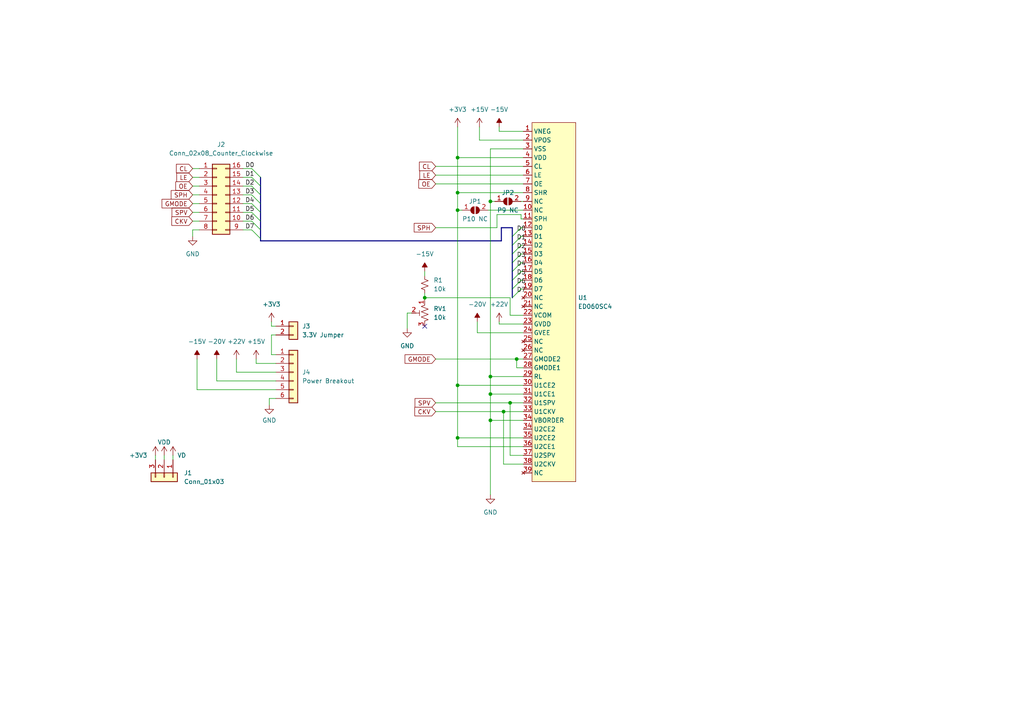
<source format=kicad_sch>
(kicad_sch (version 20211123) (generator eeschema)

  (uuid e63e39d7-6ac0-4ffd-8aa3-1841a4541b55)

  (paper "A4")

  (title_block
    (title "Experimental E-Ink Display Driver")
    (date "2022-08-22")
    (rev "1.0")
    (company "Charlemagne Wong")
  )

  (lib_symbols
    (symbol "ATL:+22V" (power) (pin_names (offset 0)) (in_bom yes) (on_board yes)
      (property "Reference" "#PWR" (id 0) (at 0 -3.81 0)
        (effects (font (size 1.27 1.27)) hide)
      )
      (property "Value" "+22V" (id 1) (at 0 3.556 0)
        (effects (font (size 1.27 1.27)))
      )
      (property "Footprint" "" (id 2) (at 0 0 0)
        (effects (font (size 1.27 1.27)) hide)
      )
      (property "Datasheet" "" (id 3) (at 0 0 0)
        (effects (font (size 1.27 1.27)) hide)
      )
      (property "ki_keywords" "power-flag" (id 4) (at 0 0 0)
        (effects (font (size 1.27 1.27)) hide)
      )
      (property "ki_description" "Power symbol creates a global label with name \"+22V\"" (id 5) (at 0 0 0)
        (effects (font (size 1.27 1.27)) hide)
      )
      (symbol "+22V_0_1"
        (polyline
          (pts
            (xy -0.762 1.27)
            (xy 0 2.54)
          )
          (stroke (width 0) (type default) (color 0 0 0 0))
          (fill (type none))
        )
        (polyline
          (pts
            (xy 0 0)
            (xy 0 2.54)
          )
          (stroke (width 0) (type default) (color 0 0 0 0))
          (fill (type none))
        )
        (polyline
          (pts
            (xy 0 2.54)
            (xy 0.762 1.27)
          )
          (stroke (width 0) (type default) (color 0 0 0 0))
          (fill (type none))
        )
      )
      (symbol "+22V_1_1"
        (pin power_in line (at 0 0 90) (length 0) hide
          (name "+22V" (effects (font (size 1.27 1.27))))
          (number "1" (effects (font (size 1.27 1.27))))
        )
      )
    )
    (symbol "ATL:-20V" (power) (pin_names (offset 0)) (in_bom yes) (on_board yes)
      (property "Reference" "#PWR" (id 0) (at 0 2.54 0)
        (effects (font (size 1.27 1.27)) hide)
      )
      (property "Value" "-20V" (id 1) (at 0 3.81 0)
        (effects (font (size 1.27 1.27)))
      )
      (property "Footprint" "" (id 2) (at 0 0 0)
        (effects (font (size 1.27 1.27)) hide)
      )
      (property "Datasheet" "" (id 3) (at 0 0 0)
        (effects (font (size 1.27 1.27)) hide)
      )
      (property "ki_keywords" "power-flag" (id 4) (at 0 0 0)
        (effects (font (size 1.27 1.27)) hide)
      )
      (property "ki_description" "Power symbol creates a global label with name \"-20V\"" (id 5) (at 0 0 0)
        (effects (font (size 1.27 1.27)) hide)
      )
      (symbol "-20V_0_0"
        (pin power_in line (at 0 0 90) (length 0) hide
          (name "-20V" (effects (font (size 1.27 1.27))))
          (number "1" (effects (font (size 1.27 1.27))))
        )
      )
      (symbol "-20V_0_1"
        (polyline
          (pts
            (xy 0 0)
            (xy 0 1.27)
            (xy 0.762 1.27)
            (xy 0 2.54)
            (xy -0.762 1.27)
            (xy 0 1.27)
          )
          (stroke (width 0) (type default) (color 0 0 0 0))
          (fill (type outline))
        )
      )
    )
    (symbol "ATL:ED060SC4" (in_bom yes) (on_board yes)
      (property "Reference" "U" (id 0) (at 0 53.34 0)
        (effects (font (size 1.27 1.27)))
      )
      (property "Value" "ED060SC4" (id 1) (at 2.54 0 90)
        (effects (font (size 1.27 1.27)))
      )
      (property "Footprint" "Connector_FFC-FPC:Molex_502250-3991_2Rows-39Pins-1MP_P0.60mm_Horizontal" (id 2) (at -6.35 30.48 0)
        (effects (font (size 1.27 1.27)) hide)
      )
      (property "Datasheet" "http://essentialscrap.com/eink/ED060SC4V2.pdf" (id 3) (at -6.35 30.48 0)
        (effects (font (size 1.27 1.27)) hide)
      )
      (property "ki_description" "E-Ink 6\" Display 800 x 600" (id 4) (at 0 0 0)
        (effects (font (size 1.27 1.27)) hide)
      )
      (symbol "ED060SC4_0_1"
        (rectangle (start 6.35 50.8) (end -6.35 -53.34)
          (stroke (width 0) (type default) (color 0 0 0 0))
          (fill (type background))
        )
      )
      (symbol "ED060SC4_1_1"
        (pin power_in line (at -8.89 48.26 0) (length 2.54)
          (name "VNEG" (effects (font (size 1.27 1.27))))
          (number "1" (effects (font (size 1.27 1.27))))
        )
        (pin input line (at -8.89 25.4 0) (length 2.54)
          (name "NC" (effects (font (size 1.27 1.27))))
          (number "10" (effects (font (size 1.27 1.27))))
        )
        (pin input line (at -8.89 22.86 0) (length 2.54)
          (name "SPH" (effects (font (size 1.27 1.27))))
          (number "11" (effects (font (size 1.27 1.27))))
        )
        (pin input line (at -8.89 20.32 0) (length 2.54)
          (name "D0" (effects (font (size 1.27 1.27))))
          (number "12" (effects (font (size 1.27 1.27))))
        )
        (pin input line (at -8.89 17.78 0) (length 2.54)
          (name "D1" (effects (font (size 1.27 1.27))))
          (number "13" (effects (font (size 1.27 1.27))))
        )
        (pin input line (at -8.89 15.24 0) (length 2.54)
          (name "D2" (effects (font (size 1.27 1.27))))
          (number "14" (effects (font (size 1.27 1.27))))
        )
        (pin input line (at -8.89 12.7 0) (length 2.54)
          (name "D3" (effects (font (size 1.27 1.27))))
          (number "15" (effects (font (size 1.27 1.27))))
        )
        (pin input line (at -8.89 10.16 0) (length 2.54)
          (name "D4" (effects (font (size 1.27 1.27))))
          (number "16" (effects (font (size 1.27 1.27))))
        )
        (pin input line (at -8.89 7.62 0) (length 2.54)
          (name "D5" (effects (font (size 1.27 1.27))))
          (number "17" (effects (font (size 1.27 1.27))))
        )
        (pin input line (at -8.89 5.08 0) (length 2.54)
          (name "D6" (effects (font (size 1.27 1.27))))
          (number "18" (effects (font (size 1.27 1.27))))
        )
        (pin input line (at -8.89 2.54 0) (length 2.54)
          (name "D7" (effects (font (size 1.27 1.27))))
          (number "19" (effects (font (size 1.27 1.27))))
        )
        (pin power_in line (at -8.89 45.72 0) (length 2.54)
          (name "VPOS" (effects (font (size 1.27 1.27))))
          (number "2" (effects (font (size 1.27 1.27))))
        )
        (pin no_connect line (at -8.89 0 0) (length 2.54)
          (name "NC" (effects (font (size 1.27 1.27))))
          (number "20" (effects (font (size 1.27 1.27))))
        )
        (pin no_connect line (at -8.89 -2.54 0) (length 2.54)
          (name "NC" (effects (font (size 1.27 1.27))))
          (number "21" (effects (font (size 1.27 1.27))))
        )
        (pin power_in line (at -8.89 -5.08 0) (length 2.54)
          (name "VCOM" (effects (font (size 1.27 1.27))))
          (number "22" (effects (font (size 1.27 1.27))))
        )
        (pin power_in line (at -8.89 -7.62 0) (length 2.54)
          (name "GVDD" (effects (font (size 1.27 1.27))))
          (number "23" (effects (font (size 1.27 1.27))))
        )
        (pin power_in line (at -8.89 -10.16 0) (length 2.54)
          (name "GVEE" (effects (font (size 1.27 1.27))))
          (number "24" (effects (font (size 1.27 1.27))))
        )
        (pin no_connect line (at -8.89 -12.7 0) (length 2.54)
          (name "NC" (effects (font (size 1.27 1.27))))
          (number "25" (effects (font (size 1.27 1.27))))
        )
        (pin no_connect line (at -8.89 -15.24 0) (length 2.54)
          (name "NC" (effects (font (size 1.27 1.27))))
          (number "26" (effects (font (size 1.27 1.27))))
        )
        (pin input line (at -8.89 -17.78 0) (length 2.54)
          (name "GMODE2" (effects (font (size 1.27 1.27))))
          (number "27" (effects (font (size 1.27 1.27))))
        )
        (pin input line (at -8.89 -20.32 0) (length 2.54)
          (name "GMODE1" (effects (font (size 1.27 1.27))))
          (number "28" (effects (font (size 1.27 1.27))))
        )
        (pin input line (at -8.89 -22.86 0) (length 2.54)
          (name "RL" (effects (font (size 1.27 1.27))))
          (number "29" (effects (font (size 1.27 1.27))))
        )
        (pin power_in line (at -8.89 43.18 0) (length 2.54)
          (name "VSS" (effects (font (size 1.27 1.27))))
          (number "3" (effects (font (size 1.27 1.27))))
        )
        (pin input line (at -8.89 -25.4 0) (length 2.54)
          (name "U1CE2" (effects (font (size 1.27 1.27))))
          (number "30" (effects (font (size 1.27 1.27))))
        )
        (pin input line (at -8.89 -27.94 0) (length 2.54)
          (name "U1CE1" (effects (font (size 1.27 1.27))))
          (number "31" (effects (font (size 1.27 1.27))))
        )
        (pin input line (at -8.89 -30.48 0) (length 2.54)
          (name "U1SPV" (effects (font (size 1.27 1.27))))
          (number "32" (effects (font (size 1.27 1.27))))
        )
        (pin input line (at -8.89 -33.02 0) (length 2.54)
          (name "U1CKV" (effects (font (size 1.27 1.27))))
          (number "33" (effects (font (size 1.27 1.27))))
        )
        (pin input line (at -8.89 -38.1 0) (length 2.54)
          (name "U2CE2" (effects (font (size 1.27 1.27))))
          (number "34" (effects (font (size 1.27 1.27))))
        )
        (pin input line (at -8.89 -35.56 0) (length 2.54)
          (name "VBORDER" (effects (font (size 1.27 1.27))))
          (number "34" (effects (font (size 1.27 1.27))))
        )
        (pin input line (at -8.89 -40.64 0) (length 2.54)
          (name "U2CE2" (effects (font (size 1.27 1.27))))
          (number "35" (effects (font (size 1.27 1.27))))
        )
        (pin input line (at -8.89 -43.18 0) (length 2.54)
          (name "U2CE1" (effects (font (size 1.27 1.27))))
          (number "36" (effects (font (size 1.27 1.27))))
        )
        (pin input line (at -8.89 -45.72 0) (length 2.54)
          (name "U2SPV" (effects (font (size 1.27 1.27))))
          (number "37" (effects (font (size 1.27 1.27))))
        )
        (pin input line (at -8.89 -48.26 0) (length 2.54)
          (name "U2CKV" (effects (font (size 1.27 1.27))))
          (number "38" (effects (font (size 1.27 1.27))))
        )
        (pin no_connect line (at -8.89 -50.8 0) (length 2.54)
          (name "NC" (effects (font (size 1.27 1.27))))
          (number "39" (effects (font (size 1.27 1.27))))
        )
        (pin power_in line (at -8.89 40.64 0) (length 2.54)
          (name "VDD" (effects (font (size 1.27 1.27))))
          (number "4" (effects (font (size 1.27 1.27))))
        )
        (pin input line (at -8.89 38.1 0) (length 2.54)
          (name "CL" (effects (font (size 1.27 1.27))))
          (number "5" (effects (font (size 1.27 1.27))))
        )
        (pin input line (at -8.89 35.56 0) (length 2.54)
          (name "LE" (effects (font (size 1.27 1.27))))
          (number "6" (effects (font (size 1.27 1.27))))
        )
        (pin input line (at -8.89 33.02 0) (length 2.54)
          (name "OE" (effects (font (size 1.27 1.27))))
          (number "7" (effects (font (size 1.27 1.27))))
        )
        (pin input line (at -8.89 30.48 0) (length 2.54)
          (name "SHR" (effects (font (size 1.27 1.27))))
          (number "8" (effects (font (size 1.27 1.27))))
        )
        (pin input line (at -8.89 27.94 0) (length 2.54)
          (name "NC" (effects (font (size 1.27 1.27))))
          (number "9" (effects (font (size 1.27 1.27))))
        )
      )
    )
    (symbol "Connector_Generic:Conn_01x02" (pin_names (offset 1.016) hide) (in_bom yes) (on_board yes)
      (property "Reference" "J" (id 0) (at 0 2.54 0)
        (effects (font (size 1.27 1.27)))
      )
      (property "Value" "Conn_01x02" (id 1) (at 0 -5.08 0)
        (effects (font (size 1.27 1.27)))
      )
      (property "Footprint" "" (id 2) (at 0 0 0)
        (effects (font (size 1.27 1.27)) hide)
      )
      (property "Datasheet" "~" (id 3) (at 0 0 0)
        (effects (font (size 1.27 1.27)) hide)
      )
      (property "ki_keywords" "connector" (id 4) (at 0 0 0)
        (effects (font (size 1.27 1.27)) hide)
      )
      (property "ki_description" "Generic connector, single row, 01x02, script generated (kicad-library-utils/schlib/autogen/connector/)" (id 5) (at 0 0 0)
        (effects (font (size 1.27 1.27)) hide)
      )
      (property "ki_fp_filters" "Connector*:*_1x??_*" (id 6) (at 0 0 0)
        (effects (font (size 1.27 1.27)) hide)
      )
      (symbol "Conn_01x02_1_1"
        (rectangle (start -1.27 -2.413) (end 0 -2.667)
          (stroke (width 0.1524) (type default) (color 0 0 0 0))
          (fill (type none))
        )
        (rectangle (start -1.27 0.127) (end 0 -0.127)
          (stroke (width 0.1524) (type default) (color 0 0 0 0))
          (fill (type none))
        )
        (rectangle (start -1.27 1.27) (end 1.27 -3.81)
          (stroke (width 0.254) (type default) (color 0 0 0 0))
          (fill (type background))
        )
        (pin passive line (at -5.08 0 0) (length 3.81)
          (name "Pin_1" (effects (font (size 1.27 1.27))))
          (number "1" (effects (font (size 1.27 1.27))))
        )
        (pin passive line (at -5.08 -2.54 0) (length 3.81)
          (name "Pin_2" (effects (font (size 1.27 1.27))))
          (number "2" (effects (font (size 1.27 1.27))))
        )
      )
    )
    (symbol "Connector_Generic:Conn_01x03" (pin_names (offset 1.016) hide) (in_bom yes) (on_board yes)
      (property "Reference" "J" (id 0) (at 0 5.08 0)
        (effects (font (size 1.27 1.27)))
      )
      (property "Value" "Conn_01x03" (id 1) (at 0 -5.08 0)
        (effects (font (size 1.27 1.27)))
      )
      (property "Footprint" "" (id 2) (at 0 0 0)
        (effects (font (size 1.27 1.27)) hide)
      )
      (property "Datasheet" "~" (id 3) (at 0 0 0)
        (effects (font (size 1.27 1.27)) hide)
      )
      (property "ki_keywords" "connector" (id 4) (at 0 0 0)
        (effects (font (size 1.27 1.27)) hide)
      )
      (property "ki_description" "Generic connector, single row, 01x03, script generated (kicad-library-utils/schlib/autogen/connector/)" (id 5) (at 0 0 0)
        (effects (font (size 1.27 1.27)) hide)
      )
      (property "ki_fp_filters" "Connector*:*_1x??_*" (id 6) (at 0 0 0)
        (effects (font (size 1.27 1.27)) hide)
      )
      (symbol "Conn_01x03_1_1"
        (rectangle (start -1.27 -2.413) (end 0 -2.667)
          (stroke (width 0.1524) (type default) (color 0 0 0 0))
          (fill (type none))
        )
        (rectangle (start -1.27 0.127) (end 0 -0.127)
          (stroke (width 0.1524) (type default) (color 0 0 0 0))
          (fill (type none))
        )
        (rectangle (start -1.27 2.667) (end 0 2.413)
          (stroke (width 0.1524) (type default) (color 0 0 0 0))
          (fill (type none))
        )
        (rectangle (start -1.27 3.81) (end 1.27 -3.81)
          (stroke (width 0.254) (type default) (color 0 0 0 0))
          (fill (type background))
        )
        (pin passive line (at -5.08 2.54 0) (length 3.81)
          (name "Pin_1" (effects (font (size 1.27 1.27))))
          (number "1" (effects (font (size 1.27 1.27))))
        )
        (pin passive line (at -5.08 0 0) (length 3.81)
          (name "Pin_2" (effects (font (size 1.27 1.27))))
          (number "2" (effects (font (size 1.27 1.27))))
        )
        (pin passive line (at -5.08 -2.54 0) (length 3.81)
          (name "Pin_3" (effects (font (size 1.27 1.27))))
          (number "3" (effects (font (size 1.27 1.27))))
        )
      )
    )
    (symbol "Connector_Generic:Conn_01x06" (pin_names (offset 1.016) hide) (in_bom yes) (on_board yes)
      (property "Reference" "J" (id 0) (at 0 7.62 0)
        (effects (font (size 1.27 1.27)))
      )
      (property "Value" "Conn_01x06" (id 1) (at 0 -10.16 0)
        (effects (font (size 1.27 1.27)))
      )
      (property "Footprint" "" (id 2) (at 0 0 0)
        (effects (font (size 1.27 1.27)) hide)
      )
      (property "Datasheet" "~" (id 3) (at 0 0 0)
        (effects (font (size 1.27 1.27)) hide)
      )
      (property "ki_keywords" "connector" (id 4) (at 0 0 0)
        (effects (font (size 1.27 1.27)) hide)
      )
      (property "ki_description" "Generic connector, single row, 01x06, script generated (kicad-library-utils/schlib/autogen/connector/)" (id 5) (at 0 0 0)
        (effects (font (size 1.27 1.27)) hide)
      )
      (property "ki_fp_filters" "Connector*:*_1x??_*" (id 6) (at 0 0 0)
        (effects (font (size 1.27 1.27)) hide)
      )
      (symbol "Conn_01x06_1_1"
        (rectangle (start -1.27 -7.493) (end 0 -7.747)
          (stroke (width 0.1524) (type default) (color 0 0 0 0))
          (fill (type none))
        )
        (rectangle (start -1.27 -4.953) (end 0 -5.207)
          (stroke (width 0.1524) (type default) (color 0 0 0 0))
          (fill (type none))
        )
        (rectangle (start -1.27 -2.413) (end 0 -2.667)
          (stroke (width 0.1524) (type default) (color 0 0 0 0))
          (fill (type none))
        )
        (rectangle (start -1.27 0.127) (end 0 -0.127)
          (stroke (width 0.1524) (type default) (color 0 0 0 0))
          (fill (type none))
        )
        (rectangle (start -1.27 2.667) (end 0 2.413)
          (stroke (width 0.1524) (type default) (color 0 0 0 0))
          (fill (type none))
        )
        (rectangle (start -1.27 5.207) (end 0 4.953)
          (stroke (width 0.1524) (type default) (color 0 0 0 0))
          (fill (type none))
        )
        (rectangle (start -1.27 6.35) (end 1.27 -8.89)
          (stroke (width 0.254) (type default) (color 0 0 0 0))
          (fill (type background))
        )
        (pin passive line (at -5.08 5.08 0) (length 3.81)
          (name "Pin_1" (effects (font (size 1.27 1.27))))
          (number "1" (effects (font (size 1.27 1.27))))
        )
        (pin passive line (at -5.08 2.54 0) (length 3.81)
          (name "Pin_2" (effects (font (size 1.27 1.27))))
          (number "2" (effects (font (size 1.27 1.27))))
        )
        (pin passive line (at -5.08 0 0) (length 3.81)
          (name "Pin_3" (effects (font (size 1.27 1.27))))
          (number "3" (effects (font (size 1.27 1.27))))
        )
        (pin passive line (at -5.08 -2.54 0) (length 3.81)
          (name "Pin_4" (effects (font (size 1.27 1.27))))
          (number "4" (effects (font (size 1.27 1.27))))
        )
        (pin passive line (at -5.08 -5.08 0) (length 3.81)
          (name "Pin_5" (effects (font (size 1.27 1.27))))
          (number "5" (effects (font (size 1.27 1.27))))
        )
        (pin passive line (at -5.08 -7.62 0) (length 3.81)
          (name "Pin_6" (effects (font (size 1.27 1.27))))
          (number "6" (effects (font (size 1.27 1.27))))
        )
      )
    )
    (symbol "Connector_Generic:Conn_02x08_Counter_Clockwise" (pin_names (offset 1.016) hide) (in_bom yes) (on_board yes)
      (property "Reference" "J" (id 0) (at 1.27 10.16 0)
        (effects (font (size 1.27 1.27)))
      )
      (property "Value" "Conn_02x08_Counter_Clockwise" (id 1) (at 1.27 -12.7 0)
        (effects (font (size 1.27 1.27)))
      )
      (property "Footprint" "" (id 2) (at 0 0 0)
        (effects (font (size 1.27 1.27)) hide)
      )
      (property "Datasheet" "~" (id 3) (at 0 0 0)
        (effects (font (size 1.27 1.27)) hide)
      )
      (property "ki_keywords" "connector" (id 4) (at 0 0 0)
        (effects (font (size 1.27 1.27)) hide)
      )
      (property "ki_description" "Generic connector, double row, 02x08, counter clockwise pin numbering scheme (similar to DIP packge numbering), script generated (kicad-library-utils/schlib/autogen/connector/)" (id 5) (at 0 0 0)
        (effects (font (size 1.27 1.27)) hide)
      )
      (property "ki_fp_filters" "Connector*:*_2x??_*" (id 6) (at 0 0 0)
        (effects (font (size 1.27 1.27)) hide)
      )
      (symbol "Conn_02x08_Counter_Clockwise_1_1"
        (rectangle (start -1.27 -10.033) (end 0 -10.287)
          (stroke (width 0.1524) (type default) (color 0 0 0 0))
          (fill (type none))
        )
        (rectangle (start -1.27 -7.493) (end 0 -7.747)
          (stroke (width 0.1524) (type default) (color 0 0 0 0))
          (fill (type none))
        )
        (rectangle (start -1.27 -4.953) (end 0 -5.207)
          (stroke (width 0.1524) (type default) (color 0 0 0 0))
          (fill (type none))
        )
        (rectangle (start -1.27 -2.413) (end 0 -2.667)
          (stroke (width 0.1524) (type default) (color 0 0 0 0))
          (fill (type none))
        )
        (rectangle (start -1.27 0.127) (end 0 -0.127)
          (stroke (width 0.1524) (type default) (color 0 0 0 0))
          (fill (type none))
        )
        (rectangle (start -1.27 2.667) (end 0 2.413)
          (stroke (width 0.1524) (type default) (color 0 0 0 0))
          (fill (type none))
        )
        (rectangle (start -1.27 5.207) (end 0 4.953)
          (stroke (width 0.1524) (type default) (color 0 0 0 0))
          (fill (type none))
        )
        (rectangle (start -1.27 7.747) (end 0 7.493)
          (stroke (width 0.1524) (type default) (color 0 0 0 0))
          (fill (type none))
        )
        (rectangle (start -1.27 8.89) (end 3.81 -11.43)
          (stroke (width 0.254) (type default) (color 0 0 0 0))
          (fill (type background))
        )
        (rectangle (start 3.81 -10.033) (end 2.54 -10.287)
          (stroke (width 0.1524) (type default) (color 0 0 0 0))
          (fill (type none))
        )
        (rectangle (start 3.81 -7.493) (end 2.54 -7.747)
          (stroke (width 0.1524) (type default) (color 0 0 0 0))
          (fill (type none))
        )
        (rectangle (start 3.81 -4.953) (end 2.54 -5.207)
          (stroke (width 0.1524) (type default) (color 0 0 0 0))
          (fill (type none))
        )
        (rectangle (start 3.81 -2.413) (end 2.54 -2.667)
          (stroke (width 0.1524) (type default) (color 0 0 0 0))
          (fill (type none))
        )
        (rectangle (start 3.81 0.127) (end 2.54 -0.127)
          (stroke (width 0.1524) (type default) (color 0 0 0 0))
          (fill (type none))
        )
        (rectangle (start 3.81 2.667) (end 2.54 2.413)
          (stroke (width 0.1524) (type default) (color 0 0 0 0))
          (fill (type none))
        )
        (rectangle (start 3.81 5.207) (end 2.54 4.953)
          (stroke (width 0.1524) (type default) (color 0 0 0 0))
          (fill (type none))
        )
        (rectangle (start 3.81 7.747) (end 2.54 7.493)
          (stroke (width 0.1524) (type default) (color 0 0 0 0))
          (fill (type none))
        )
        (pin passive line (at -5.08 7.62 0) (length 3.81)
          (name "Pin_1" (effects (font (size 1.27 1.27))))
          (number "1" (effects (font (size 1.27 1.27))))
        )
        (pin passive line (at 7.62 -7.62 180) (length 3.81)
          (name "Pin_10" (effects (font (size 1.27 1.27))))
          (number "10" (effects (font (size 1.27 1.27))))
        )
        (pin passive line (at 7.62 -5.08 180) (length 3.81)
          (name "Pin_11" (effects (font (size 1.27 1.27))))
          (number "11" (effects (font (size 1.27 1.27))))
        )
        (pin passive line (at 7.62 -2.54 180) (length 3.81)
          (name "Pin_12" (effects (font (size 1.27 1.27))))
          (number "12" (effects (font (size 1.27 1.27))))
        )
        (pin passive line (at 7.62 0 180) (length 3.81)
          (name "Pin_13" (effects (font (size 1.27 1.27))))
          (number "13" (effects (font (size 1.27 1.27))))
        )
        (pin passive line (at 7.62 2.54 180) (length 3.81)
          (name "Pin_14" (effects (font (size 1.27 1.27))))
          (number "14" (effects (font (size 1.27 1.27))))
        )
        (pin passive line (at 7.62 5.08 180) (length 3.81)
          (name "Pin_15" (effects (font (size 1.27 1.27))))
          (number "15" (effects (font (size 1.27 1.27))))
        )
        (pin passive line (at 7.62 7.62 180) (length 3.81)
          (name "Pin_16" (effects (font (size 1.27 1.27))))
          (number "16" (effects (font (size 1.27 1.27))))
        )
        (pin passive line (at -5.08 5.08 0) (length 3.81)
          (name "Pin_2" (effects (font (size 1.27 1.27))))
          (number "2" (effects (font (size 1.27 1.27))))
        )
        (pin passive line (at -5.08 2.54 0) (length 3.81)
          (name "Pin_3" (effects (font (size 1.27 1.27))))
          (number "3" (effects (font (size 1.27 1.27))))
        )
        (pin passive line (at -5.08 0 0) (length 3.81)
          (name "Pin_4" (effects (font (size 1.27 1.27))))
          (number "4" (effects (font (size 1.27 1.27))))
        )
        (pin passive line (at -5.08 -2.54 0) (length 3.81)
          (name "Pin_5" (effects (font (size 1.27 1.27))))
          (number "5" (effects (font (size 1.27 1.27))))
        )
        (pin passive line (at -5.08 -5.08 0) (length 3.81)
          (name "Pin_6" (effects (font (size 1.27 1.27))))
          (number "6" (effects (font (size 1.27 1.27))))
        )
        (pin passive line (at -5.08 -7.62 0) (length 3.81)
          (name "Pin_7" (effects (font (size 1.27 1.27))))
          (number "7" (effects (font (size 1.27 1.27))))
        )
        (pin passive line (at -5.08 -10.16 0) (length 3.81)
          (name "Pin_8" (effects (font (size 1.27 1.27))))
          (number "8" (effects (font (size 1.27 1.27))))
        )
        (pin passive line (at 7.62 -10.16 180) (length 3.81)
          (name "Pin_9" (effects (font (size 1.27 1.27))))
          (number "9" (effects (font (size 1.27 1.27))))
        )
      )
    )
    (symbol "Device:R_Potentiometer_Trim_US" (pin_names (offset 1.016) hide) (in_bom yes) (on_board yes)
      (property "Reference" "RV" (id 0) (at -4.445 0 90)
        (effects (font (size 1.27 1.27)))
      )
      (property "Value" "R_Potentiometer_Trim_US" (id 1) (at -2.54 0 90)
        (effects (font (size 1.27 1.27)))
      )
      (property "Footprint" "" (id 2) (at 0 0 0)
        (effects (font (size 1.27 1.27)) hide)
      )
      (property "Datasheet" "~" (id 3) (at 0 0 0)
        (effects (font (size 1.27 1.27)) hide)
      )
      (property "ki_keywords" "resistor variable trimpot trimmer" (id 4) (at 0 0 0)
        (effects (font (size 1.27 1.27)) hide)
      )
      (property "ki_description" "Trim-potentiometer, US symbol" (id 5) (at 0 0 0)
        (effects (font (size 1.27 1.27)) hide)
      )
      (property "ki_fp_filters" "Potentiometer*" (id 6) (at 0 0 0)
        (effects (font (size 1.27 1.27)) hide)
      )
      (symbol "R_Potentiometer_Trim_US_0_1"
        (polyline
          (pts
            (xy 0 -2.286)
            (xy 0 -2.54)
          )
          (stroke (width 0) (type default) (color 0 0 0 0))
          (fill (type none))
        )
        (polyline
          (pts
            (xy 0 2.286)
            (xy 0 2.54)
          )
          (stroke (width 0) (type default) (color 0 0 0 0))
          (fill (type none))
        )
        (polyline
          (pts
            (xy 1.524 0.762)
            (xy 1.524 -0.762)
          )
          (stroke (width 0) (type default) (color 0 0 0 0))
          (fill (type none))
        )
        (polyline
          (pts
            (xy 2.54 0)
            (xy 1.524 0)
          )
          (stroke (width 0) (type default) (color 0 0 0 0))
          (fill (type none))
        )
        (polyline
          (pts
            (xy 0 -0.762)
            (xy 1.016 -1.143)
            (xy 0 -1.524)
            (xy -1.016 -1.905)
            (xy 0 -2.286)
          )
          (stroke (width 0) (type default) (color 0 0 0 0))
          (fill (type none))
        )
        (polyline
          (pts
            (xy 0 0.762)
            (xy 1.016 0.381)
            (xy 0 0)
            (xy -1.016 -0.381)
            (xy 0 -0.762)
          )
          (stroke (width 0) (type default) (color 0 0 0 0))
          (fill (type none))
        )
        (polyline
          (pts
            (xy 0 2.286)
            (xy 1.016 1.905)
            (xy 0 1.524)
            (xy -1.016 1.143)
            (xy 0 0.762)
          )
          (stroke (width 0) (type default) (color 0 0 0 0))
          (fill (type none))
        )
      )
      (symbol "R_Potentiometer_Trim_US_1_1"
        (pin passive line (at 0 3.81 270) (length 1.27)
          (name "1" (effects (font (size 1.27 1.27))))
          (number "1" (effects (font (size 1.27 1.27))))
        )
        (pin passive line (at 3.81 0 180) (length 1.27)
          (name "2" (effects (font (size 1.27 1.27))))
          (number "2" (effects (font (size 1.27 1.27))))
        )
        (pin passive line (at 0 -3.81 90) (length 1.27)
          (name "3" (effects (font (size 1.27 1.27))))
          (number "3" (effects (font (size 1.27 1.27))))
        )
      )
    )
    (symbol "Device:R_Small_US" (pin_numbers hide) (pin_names (offset 0.254) hide) (in_bom yes) (on_board yes)
      (property "Reference" "R" (id 0) (at 0.762 0.508 0)
        (effects (font (size 1.27 1.27)) (justify left))
      )
      (property "Value" "R_Small_US" (id 1) (at 0.762 -1.016 0)
        (effects (font (size 1.27 1.27)) (justify left))
      )
      (property "Footprint" "" (id 2) (at 0 0 0)
        (effects (font (size 1.27 1.27)) hide)
      )
      (property "Datasheet" "~" (id 3) (at 0 0 0)
        (effects (font (size 1.27 1.27)) hide)
      )
      (property "ki_keywords" "r resistor" (id 4) (at 0 0 0)
        (effects (font (size 1.27 1.27)) hide)
      )
      (property "ki_description" "Resistor, small US symbol" (id 5) (at 0 0 0)
        (effects (font (size 1.27 1.27)) hide)
      )
      (property "ki_fp_filters" "R_*" (id 6) (at 0 0 0)
        (effects (font (size 1.27 1.27)) hide)
      )
      (symbol "R_Small_US_1_1"
        (polyline
          (pts
            (xy 0 0)
            (xy 1.016 -0.381)
            (xy 0 -0.762)
            (xy -1.016 -1.143)
            (xy 0 -1.524)
          )
          (stroke (width 0) (type default) (color 0 0 0 0))
          (fill (type none))
        )
        (polyline
          (pts
            (xy 0 1.524)
            (xy 1.016 1.143)
            (xy 0 0.762)
            (xy -1.016 0.381)
            (xy 0 0)
          )
          (stroke (width 0) (type default) (color 0 0 0 0))
          (fill (type none))
        )
        (pin passive line (at 0 2.54 270) (length 1.016)
          (name "~" (effects (font (size 1.27 1.27))))
          (number "1" (effects (font (size 1.27 1.27))))
        )
        (pin passive line (at 0 -2.54 90) (length 1.016)
          (name "~" (effects (font (size 1.27 1.27))))
          (number "2" (effects (font (size 1.27 1.27))))
        )
      )
    )
    (symbol "Jumper:SolderJumper_2_Open" (pin_names (offset 0) hide) (in_bom yes) (on_board yes)
      (property "Reference" "JP" (id 0) (at 0 2.032 0)
        (effects (font (size 1.27 1.27)))
      )
      (property "Value" "SolderJumper_2_Open" (id 1) (at 0 -2.54 0)
        (effects (font (size 1.27 1.27)))
      )
      (property "Footprint" "" (id 2) (at 0 0 0)
        (effects (font (size 1.27 1.27)) hide)
      )
      (property "Datasheet" "~" (id 3) (at 0 0 0)
        (effects (font (size 1.27 1.27)) hide)
      )
      (property "ki_keywords" "solder jumper SPST" (id 4) (at 0 0 0)
        (effects (font (size 1.27 1.27)) hide)
      )
      (property "ki_description" "Solder Jumper, 2-pole, open" (id 5) (at 0 0 0)
        (effects (font (size 1.27 1.27)) hide)
      )
      (property "ki_fp_filters" "SolderJumper*Open*" (id 6) (at 0 0 0)
        (effects (font (size 1.27 1.27)) hide)
      )
      (symbol "SolderJumper_2_Open_0_1"
        (arc (start -0.254 1.016) (mid -1.27 0) (end -0.254 -1.016)
          (stroke (width 0) (type default) (color 0 0 0 0))
          (fill (type none))
        )
        (arc (start -0.254 1.016) (mid -1.27 0) (end -0.254 -1.016)
          (stroke (width 0) (type default) (color 0 0 0 0))
          (fill (type outline))
        )
        (polyline
          (pts
            (xy -0.254 1.016)
            (xy -0.254 -1.016)
          )
          (stroke (width 0) (type default) (color 0 0 0 0))
          (fill (type none))
        )
        (polyline
          (pts
            (xy 0.254 1.016)
            (xy 0.254 -1.016)
          )
          (stroke (width 0) (type default) (color 0 0 0 0))
          (fill (type none))
        )
        (arc (start 0.254 -1.016) (mid 1.27 0) (end 0.254 1.016)
          (stroke (width 0) (type default) (color 0 0 0 0))
          (fill (type none))
        )
        (arc (start 0.254 -1.016) (mid 1.27 0) (end 0.254 1.016)
          (stroke (width 0) (type default) (color 0 0 0 0))
          (fill (type outline))
        )
      )
      (symbol "SolderJumper_2_Open_1_1"
        (pin passive line (at -3.81 0 0) (length 2.54)
          (name "A" (effects (font (size 1.27 1.27))))
          (number "1" (effects (font (size 1.27 1.27))))
        )
        (pin passive line (at 3.81 0 180) (length 2.54)
          (name "B" (effects (font (size 1.27 1.27))))
          (number "2" (effects (font (size 1.27 1.27))))
        )
      )
    )
    (symbol "power:+15V" (power) (pin_names (offset 0)) (in_bom yes) (on_board yes)
      (property "Reference" "#PWR" (id 0) (at 0 -3.81 0)
        (effects (font (size 1.27 1.27)) hide)
      )
      (property "Value" "+15V" (id 1) (at 0 3.556 0)
        (effects (font (size 1.27 1.27)))
      )
      (property "Footprint" "" (id 2) (at 0 0 0)
        (effects (font (size 1.27 1.27)) hide)
      )
      (property "Datasheet" "" (id 3) (at 0 0 0)
        (effects (font (size 1.27 1.27)) hide)
      )
      (property "ki_keywords" "power-flag" (id 4) (at 0 0 0)
        (effects (font (size 1.27 1.27)) hide)
      )
      (property "ki_description" "Power symbol creates a global label with name \"+15V\"" (id 5) (at 0 0 0)
        (effects (font (size 1.27 1.27)) hide)
      )
      (symbol "+15V_0_1"
        (polyline
          (pts
            (xy -0.762 1.27)
            (xy 0 2.54)
          )
          (stroke (width 0) (type default) (color 0 0 0 0))
          (fill (type none))
        )
        (polyline
          (pts
            (xy 0 0)
            (xy 0 2.54)
          )
          (stroke (width 0) (type default) (color 0 0 0 0))
          (fill (type none))
        )
        (polyline
          (pts
            (xy 0 2.54)
            (xy 0.762 1.27)
          )
          (stroke (width 0) (type default) (color 0 0 0 0))
          (fill (type none))
        )
      )
      (symbol "+15V_1_1"
        (pin power_in line (at 0 0 90) (length 0) hide
          (name "+15V" (effects (font (size 1.27 1.27))))
          (number "1" (effects (font (size 1.27 1.27))))
        )
      )
    )
    (symbol "power:+3.3V" (power) (pin_names (offset 0)) (in_bom yes) (on_board yes)
      (property "Reference" "#PWR" (id 0) (at 0 -3.81 0)
        (effects (font (size 1.27 1.27)) hide)
      )
      (property "Value" "+3.3V" (id 1) (at 0 3.556 0)
        (effects (font (size 1.27 1.27)))
      )
      (property "Footprint" "" (id 2) (at 0 0 0)
        (effects (font (size 1.27 1.27)) hide)
      )
      (property "Datasheet" "" (id 3) (at 0 0 0)
        (effects (font (size 1.27 1.27)) hide)
      )
      (property "ki_keywords" "power-flag" (id 4) (at 0 0 0)
        (effects (font (size 1.27 1.27)) hide)
      )
      (property "ki_description" "Power symbol creates a global label with name \"+3.3V\"" (id 5) (at 0 0 0)
        (effects (font (size 1.27 1.27)) hide)
      )
      (symbol "+3.3V_0_1"
        (polyline
          (pts
            (xy -0.762 1.27)
            (xy 0 2.54)
          )
          (stroke (width 0) (type default) (color 0 0 0 0))
          (fill (type none))
        )
        (polyline
          (pts
            (xy 0 0)
            (xy 0 2.54)
          )
          (stroke (width 0) (type default) (color 0 0 0 0))
          (fill (type none))
        )
        (polyline
          (pts
            (xy 0 2.54)
            (xy 0.762 1.27)
          )
          (stroke (width 0) (type default) (color 0 0 0 0))
          (fill (type none))
        )
      )
      (symbol "+3.3V_1_1"
        (pin power_in line (at 0 0 90) (length 0) hide
          (name "+3V3" (effects (font (size 1.27 1.27))))
          (number "1" (effects (font (size 1.27 1.27))))
        )
      )
    )
    (symbol "power:-15V" (power) (pin_names (offset 0)) (in_bom yes) (on_board yes)
      (property "Reference" "#PWR" (id 0) (at 0 2.54 0)
        (effects (font (size 1.27 1.27)) hide)
      )
      (property "Value" "-15V" (id 1) (at 0 3.81 0)
        (effects (font (size 1.27 1.27)))
      )
      (property "Footprint" "" (id 2) (at 0 0 0)
        (effects (font (size 1.27 1.27)) hide)
      )
      (property "Datasheet" "" (id 3) (at 0 0 0)
        (effects (font (size 1.27 1.27)) hide)
      )
      (property "ki_keywords" "power-flag" (id 4) (at 0 0 0)
        (effects (font (size 1.27 1.27)) hide)
      )
      (property "ki_description" "Power symbol creates a global label with name \"-15V\"" (id 5) (at 0 0 0)
        (effects (font (size 1.27 1.27)) hide)
      )
      (symbol "-15V_0_0"
        (pin power_in line (at 0 0 90) (length 0) hide
          (name "-15V" (effects (font (size 1.27 1.27))))
          (number "1" (effects (font (size 1.27 1.27))))
        )
      )
      (symbol "-15V_0_1"
        (polyline
          (pts
            (xy 0 0)
            (xy 0 1.27)
            (xy 0.762 1.27)
            (xy 0 2.54)
            (xy -0.762 1.27)
            (xy 0 1.27)
          )
          (stroke (width 0) (type default) (color 0 0 0 0))
          (fill (type outline))
        )
      )
    )
    (symbol "power:GND" (power) (pin_names (offset 0)) (in_bom yes) (on_board yes)
      (property "Reference" "#PWR" (id 0) (at 0 -6.35 0)
        (effects (font (size 1.27 1.27)) hide)
      )
      (property "Value" "GND" (id 1) (at 0 -3.81 0)
        (effects (font (size 1.27 1.27)))
      )
      (property "Footprint" "" (id 2) (at 0 0 0)
        (effects (font (size 1.27 1.27)) hide)
      )
      (property "Datasheet" "" (id 3) (at 0 0 0)
        (effects (font (size 1.27 1.27)) hide)
      )
      (property "ki_keywords" "power-flag" (id 4) (at 0 0 0)
        (effects (font (size 1.27 1.27)) hide)
      )
      (property "ki_description" "Power symbol creates a global label with name \"GND\" , ground" (id 5) (at 0 0 0)
        (effects (font (size 1.27 1.27)) hide)
      )
      (symbol "GND_0_1"
        (polyline
          (pts
            (xy 0 0)
            (xy 0 -1.27)
            (xy 1.27 -1.27)
            (xy 0 -2.54)
            (xy -1.27 -1.27)
            (xy 0 -1.27)
          )
          (stroke (width 0) (type default) (color 0 0 0 0))
          (fill (type none))
        )
      )
      (symbol "GND_1_1"
        (pin power_in line (at 0 0 270) (length 0) hide
          (name "GND" (effects (font (size 1.27 1.27))))
          (number "1" (effects (font (size 1.27 1.27))))
        )
      )
    )
    (symbol "power:VD" (power) (pin_names (offset 0)) (in_bom yes) (on_board yes)
      (property "Reference" "#PWR" (id 0) (at 0 -3.81 0)
        (effects (font (size 1.27 1.27)) hide)
      )
      (property "Value" "VD" (id 1) (at 0 3.81 0)
        (effects (font (size 1.27 1.27)))
      )
      (property "Footprint" "" (id 2) (at 0 0 0)
        (effects (font (size 1.27 1.27)) hide)
      )
      (property "Datasheet" "" (id 3) (at 0 0 0)
        (effects (font (size 1.27 1.27)) hide)
      )
      (property "ki_keywords" "power-flag" (id 4) (at 0 0 0)
        (effects (font (size 1.27 1.27)) hide)
      )
      (property "ki_description" "Power symbol creates a global label with name \"VD\"" (id 5) (at 0 0 0)
        (effects (font (size 1.27 1.27)) hide)
      )
      (symbol "VD_0_1"
        (polyline
          (pts
            (xy -0.762 1.27)
            (xy 0 2.54)
          )
          (stroke (width 0) (type default) (color 0 0 0 0))
          (fill (type none))
        )
        (polyline
          (pts
            (xy 0 0)
            (xy 0 2.54)
          )
          (stroke (width 0) (type default) (color 0 0 0 0))
          (fill (type none))
        )
        (polyline
          (pts
            (xy 0 2.54)
            (xy 0.762 1.27)
          )
          (stroke (width 0) (type default) (color 0 0 0 0))
          (fill (type none))
        )
      )
      (symbol "VD_1_1"
        (pin power_in line (at 0 0 90) (length 0) hide
          (name "VD" (effects (font (size 1.27 1.27))))
          (number "1" (effects (font (size 1.27 1.27))))
        )
      )
    )
    (symbol "power:VDD" (power) (pin_names (offset 0)) (in_bom yes) (on_board yes)
      (property "Reference" "#PWR" (id 0) (at 0 -3.81 0)
        (effects (font (size 1.27 1.27)) hide)
      )
      (property "Value" "VDD" (id 1) (at 0 3.81 0)
        (effects (font (size 1.27 1.27)))
      )
      (property "Footprint" "" (id 2) (at 0 0 0)
        (effects (font (size 1.27 1.27)) hide)
      )
      (property "Datasheet" "" (id 3) (at 0 0 0)
        (effects (font (size 1.27 1.27)) hide)
      )
      (property "ki_keywords" "power-flag" (id 4) (at 0 0 0)
        (effects (font (size 1.27 1.27)) hide)
      )
      (property "ki_description" "Power symbol creates a global label with name \"VDD\"" (id 5) (at 0 0 0)
        (effects (font (size 1.27 1.27)) hide)
      )
      (symbol "VDD_0_1"
        (polyline
          (pts
            (xy -0.762 1.27)
            (xy 0 2.54)
          )
          (stroke (width 0) (type default) (color 0 0 0 0))
          (fill (type none))
        )
        (polyline
          (pts
            (xy 0 0)
            (xy 0 2.54)
          )
          (stroke (width 0) (type default) (color 0 0 0 0))
          (fill (type none))
        )
        (polyline
          (pts
            (xy 0 2.54)
            (xy 0.762 1.27)
          )
          (stroke (width 0) (type default) (color 0 0 0 0))
          (fill (type none))
        )
      )
      (symbol "VDD_1_1"
        (pin power_in line (at 0 0 90) (length 0) hide
          (name "VDD" (effects (font (size 1.27 1.27))))
          (number "1" (effects (font (size 1.27 1.27))))
        )
      )
    )
  )

  (junction (at 146.05 119.38) (diameter 0) (color 0 0 0 0)
    (uuid 09156c91-cafa-4cd5-9bd2-b73939e0e24b)
  )
  (junction (at 142.24 109.22) (diameter 0) (color 0 0 0 0)
    (uuid 12b9af8e-02dc-4a4d-89d7-bce9af1c1b80)
  )
  (junction (at 132.715 127) (diameter 0) (color 0 0 0 0)
    (uuid 2d76fa07-e974-4de0-891a-f95e693718df)
  )
  (junction (at 132.715 55.88) (diameter 0) (color 0 0 0 0)
    (uuid 51cde1ab-7348-49c0-a640-fca3d8ab282d)
  )
  (junction (at 142.24 58.42) (diameter 0) (color 0 0 0 0)
    (uuid 647bb007-9c52-4728-a5ff-c6bd68abb6db)
  )
  (junction (at 132.715 111.76) (diameter 0) (color 0 0 0 0)
    (uuid 72c154d2-0438-41fd-8965-7baa4162aa0d)
  )
  (junction (at 132.715 45.72) (diameter 0) (color 0 0 0 0)
    (uuid 9c32246d-db17-477f-9d3f-c035456f42cf)
  )
  (junction (at 132.715 60.96) (diameter 0) (color 0 0 0 0)
    (uuid ad3d2496-9d91-4c3e-a06b-0ce2ea4713c0)
  )
  (junction (at 123.19 86.36) (diameter 0) (color 0 0 0 0)
    (uuid afde4c8c-cb4d-4254-a12e-8e4a8a632748)
  )
  (junction (at 142.24 114.3) (diameter 0) (color 0 0 0 0)
    (uuid b221521c-9c98-419b-a836-456a44b335fd)
  )
  (junction (at 147.955 116.84) (diameter 0) (color 0 0 0 0)
    (uuid bc407a5d-9f91-4b0c-ba04-36752ede6d95)
  )
  (junction (at 149.86 104.14) (diameter 0) (color 0 0 0 0)
    (uuid d35d4e2c-3dae-460c-90cb-661e2f3e3d8e)
  )
  (junction (at 142.24 121.92) (diameter 0) (color 0 0 0 0)
    (uuid e57769c7-8481-4f75-8765-8a2f77138775)
  )

  (no_connect (at 123.19 94.615) (uuid a4603552-413e-4d11-94e3-9d8d29d6442a))

  (bus_entry (at 148.59 73.66) (size 2.54 -2.54)
    (stroke (width 0) (type default) (color 0 0 0 0))
    (uuid 5564d543-5400-46d7-98b8-7793df611e4c)
  )
  (bus_entry (at 148.59 71.12) (size 2.54 -2.54)
    (stroke (width 0) (type default) (color 0 0 0 0))
    (uuid 5564d543-5400-46d7-98b8-7793df611e4d)
  )
  (bus_entry (at 148.59 68.58) (size 2.54 -2.54)
    (stroke (width 0) (type default) (color 0 0 0 0))
    (uuid 5564d543-5400-46d7-98b8-7793df611e4e)
  )
  (bus_entry (at 148.59 86.36) (size 2.54 -2.54)
    (stroke (width 0) (type default) (color 0 0 0 0))
    (uuid 8400ed51-570a-4380-aeb9-667b382fb838)
  )
  (bus_entry (at 148.59 83.82) (size 2.54 -2.54)
    (stroke (width 0) (type default) (color 0 0 0 0))
    (uuid 8400ed51-570a-4380-aeb9-667b382fb839)
  )
  (bus_entry (at 148.59 81.28) (size 2.54 -2.54)
    (stroke (width 0) (type default) (color 0 0 0 0))
    (uuid 8400ed51-570a-4380-aeb9-667b382fb83a)
  )
  (bus_entry (at 148.59 78.74) (size 2.54 -2.54)
    (stroke (width 0) (type default) (color 0 0 0 0))
    (uuid 8400ed51-570a-4380-aeb9-667b382fb83b)
  )
  (bus_entry (at 148.59 76.2) (size 2.54 -2.54)
    (stroke (width 0) (type default) (color 0 0 0 0))
    (uuid 8400ed51-570a-4380-aeb9-667b382fb83c)
  )
  (bus_entry (at 73.025 59.055) (size 2.54 2.54)
    (stroke (width 0) (type default) (color 0 0 0 0))
    (uuid 9ebe50ed-8d1a-43e0-9daf-0907b9a3a655)
  )
  (bus_entry (at 73.025 48.895) (size 2.54 2.54)
    (stroke (width 0) (type default) (color 0 0 0 0))
    (uuid 9ebe50ed-8d1a-43e0-9daf-0907b9a3a656)
  )
  (bus_entry (at 73.025 51.435) (size 2.54 2.54)
    (stroke (width 0) (type default) (color 0 0 0 0))
    (uuid 9ebe50ed-8d1a-43e0-9daf-0907b9a3a657)
  )
  (bus_entry (at 73.025 61.595) (size 2.54 2.54)
    (stroke (width 0) (type default) (color 0 0 0 0))
    (uuid 9ebe50ed-8d1a-43e0-9daf-0907b9a3a658)
  )
  (bus_entry (at 73.025 64.135) (size 2.54 2.54)
    (stroke (width 0) (type default) (color 0 0 0 0))
    (uuid 9ebe50ed-8d1a-43e0-9daf-0907b9a3a659)
  )
  (bus_entry (at 73.025 66.675) (size 2.54 2.54)
    (stroke (width 0) (type default) (color 0 0 0 0))
    (uuid 9ebe50ed-8d1a-43e0-9daf-0907b9a3a65a)
  )
  (bus_entry (at 73.025 56.515) (size 2.54 2.54)
    (stroke (width 0) (type default) (color 0 0 0 0))
    (uuid 9ebe50ed-8d1a-43e0-9daf-0907b9a3a65b)
  )
  (bus_entry (at 73.025 53.975) (size 2.54 2.54)
    (stroke (width 0) (type default) (color 0 0 0 0))
    (uuid 9ebe50ed-8d1a-43e0-9daf-0907b9a3a65c)
  )

  (wire (pts (xy 138.43 93.345) (xy 138.43 96.52))
    (stroke (width 0) (type default) (color 0 0 0 0))
    (uuid 03eb80e6-a2f0-48ae-990f-dc900cccee98)
  )
  (wire (pts (xy 70.485 59.055) (xy 73.025 59.055))
    (stroke (width 0) (type default) (color 0 0 0 0))
    (uuid 04cee35a-1def-467c-b9b4-bf55025d63ed)
  )
  (wire (pts (xy 132.715 60.96) (xy 133.985 60.96))
    (stroke (width 0) (type default) (color 0 0 0 0))
    (uuid 04eaa0bb-9701-4ab6-b728-456f243b7388)
  )
  (bus (pts (xy 75.565 53.975) (xy 75.565 56.515))
    (stroke (width 0) (type default) (color 0 0 0 0))
    (uuid 07875382-bb2e-4198-9fc1-f5a30002dcae)
  )

  (wire (pts (xy 123.19 85.09) (xy 123.19 86.36))
    (stroke (width 0) (type default) (color 0 0 0 0))
    (uuid 0cd0cf7f-9476-4b03-9daa-d69d33c6c784)
  )
  (wire (pts (xy 55.88 56.515) (xy 57.785 56.515))
    (stroke (width 0) (type default) (color 0 0 0 0))
    (uuid 1030e4d9-990b-4ef4-9b99-c6e5bb4bce21)
  )
  (bus (pts (xy 148.59 81.28) (xy 148.59 83.82))
    (stroke (width 0) (type default) (color 0 0 0 0))
    (uuid 11e7b275-3421-472c-95e5-f2842ea9fb13)
  )

  (wire (pts (xy 144.78 36.83) (xy 144.78 38.1))
    (stroke (width 0) (type default) (color 0 0 0 0))
    (uuid 13927670-c527-49ec-bad2-7e39ee9219b7)
  )
  (wire (pts (xy 70.485 64.135) (xy 73.025 64.135))
    (stroke (width 0) (type default) (color 0 0 0 0))
    (uuid 1872550e-9394-4267-8319-a3aeb1e9f7cb)
  )
  (wire (pts (xy 132.715 45.72) (xy 151.765 45.72))
    (stroke (width 0) (type default) (color 0 0 0 0))
    (uuid 192eef0a-c190-4252-a3ed-cb4111a4e2ca)
  )
  (wire (pts (xy 78.105 117.475) (xy 78.105 115.57))
    (stroke (width 0) (type default) (color 0 0 0 0))
    (uuid 1ba01dbc-6227-422d-8404-4b9d16e4915e)
  )
  (wire (pts (xy 149.86 104.14) (xy 151.765 104.14))
    (stroke (width 0) (type default) (color 0 0 0 0))
    (uuid 1bcf9702-abd0-4beb-927d-a55c23445846)
  )
  (wire (pts (xy 144.78 38.1) (xy 151.765 38.1))
    (stroke (width 0) (type default) (color 0 0 0 0))
    (uuid 1bf0f149-8a69-4541-a6cc-8b6915c82d7d)
  )
  (wire (pts (xy 70.485 66.675) (xy 73.025 66.675))
    (stroke (width 0) (type default) (color 0 0 0 0))
    (uuid 20786b06-d80d-4c66-9934-fcbc7547220f)
  )
  (bus (pts (xy 148.59 66.04) (xy 145.415 66.04))
    (stroke (width 0) (type default) (color 0 0 0 0))
    (uuid 21a9323d-c09c-4880-a960-887f8d1080a6)
  )

  (wire (pts (xy 132.715 129.54) (xy 151.765 129.54))
    (stroke (width 0) (type default) (color 0 0 0 0))
    (uuid 21b4b02d-73c0-4ae0-b147-e60dae395da4)
  )
  (wire (pts (xy 151.13 62.23) (xy 151.13 63.5))
    (stroke (width 0) (type default) (color 0 0 0 0))
    (uuid 21bfb993-8868-4b60-94b0-b1b5ccbbcc4b)
  )
  (bus (pts (xy 75.565 61.595) (xy 75.565 64.135))
    (stroke (width 0) (type default) (color 0 0 0 0))
    (uuid 244a7432-bc6c-46fe-8c43-0a63bce5ec60)
  )
  (bus (pts (xy 148.59 71.12) (xy 148.59 73.66))
    (stroke (width 0) (type default) (color 0 0 0 0))
    (uuid 24719eac-9ae9-4b07-82a1-c59bf5bcc9fd)
  )

  (wire (pts (xy 151.765 116.84) (xy 147.955 116.84))
    (stroke (width 0) (type default) (color 0 0 0 0))
    (uuid 24bd74c0-c999-4be6-adfc-872388c40aeb)
  )
  (wire (pts (xy 151.765 106.68) (xy 149.86 106.68))
    (stroke (width 0) (type default) (color 0 0 0 0))
    (uuid 27d69fcf-c9e9-4aea-8f43-4a7c298f250a)
  )
  (wire (pts (xy 118.11 90.805) (xy 119.38 90.805))
    (stroke (width 0) (type default) (color 0 0 0 0))
    (uuid 281485a6-0a5d-49e0-a184-ab3c328987a6)
  )
  (wire (pts (xy 144.145 62.23) (xy 144.145 66.04))
    (stroke (width 0) (type default) (color 0 0 0 0))
    (uuid 2a09c410-b027-486e-933b-924613669951)
  )
  (wire (pts (xy 126.365 50.8) (xy 151.765 50.8))
    (stroke (width 0) (type default) (color 0 0 0 0))
    (uuid 2ae8a302-c217-4f44-8173-782be1afc208)
  )
  (wire (pts (xy 147.955 116.84) (xy 147.955 132.08))
    (stroke (width 0) (type default) (color 0 0 0 0))
    (uuid 2afc5314-e889-4794-9a58-fceb10578352)
  )
  (wire (pts (xy 126.365 116.84) (xy 147.955 116.84))
    (stroke (width 0) (type default) (color 0 0 0 0))
    (uuid 2c5d825b-3c2c-4555-be32-3629fef9b525)
  )
  (wire (pts (xy 55.88 66.675) (xy 57.785 66.675))
    (stroke (width 0) (type default) (color 0 0 0 0))
    (uuid 2caa1b05-5f18-4e89-9230-6462afe1a9e1)
  )
  (bus (pts (xy 75.565 56.515) (xy 75.565 59.055))
    (stroke (width 0) (type default) (color 0 0 0 0))
    (uuid 2ef6626e-6577-440f-a264-e7628a63ebf5)
  )

  (wire (pts (xy 139.065 36.83) (xy 139.065 40.64))
    (stroke (width 0) (type default) (color 0 0 0 0))
    (uuid 31f45a5a-4b3c-4a2d-8cfe-2eaf79549754)
  )
  (wire (pts (xy 142.24 109.22) (xy 142.24 58.42))
    (stroke (width 0) (type default) (color 0 0 0 0))
    (uuid 3326e968-f204-4b34-a6b2-1e4cedee506f)
  )
  (wire (pts (xy 144.78 93.345) (xy 144.78 93.98))
    (stroke (width 0) (type default) (color 0 0 0 0))
    (uuid 335cfa30-c334-445f-bd8e-e8874d73f66f)
  )
  (wire (pts (xy 74.295 105.41) (xy 80.01 105.41))
    (stroke (width 0) (type default) (color 0 0 0 0))
    (uuid 34d5ffc3-3fd9-4982-81cc-f9b37ebbd6a7)
  )
  (wire (pts (xy 70.485 51.435) (xy 73.025 51.435))
    (stroke (width 0) (type default) (color 0 0 0 0))
    (uuid 352e133d-6f66-4814-a300-d2831a2dc5af)
  )
  (wire (pts (xy 138.43 96.52) (xy 151.765 96.52))
    (stroke (width 0) (type default) (color 0 0 0 0))
    (uuid 3563e8f3-0f87-49a5-a3bf-c50e85eb4b60)
  )
  (wire (pts (xy 151.13 71.12) (xy 151.765 71.12))
    (stroke (width 0) (type default) (color 0 0 0 0))
    (uuid 395b9f2c-3f15-498d-b055-c6d960301f25)
  )
  (wire (pts (xy 151.13 58.42) (xy 151.765 58.42))
    (stroke (width 0) (type default) (color 0 0 0 0))
    (uuid 3d819e7d-c485-4b99-a13b-91a0649387a6)
  )
  (wire (pts (xy 126.365 104.14) (xy 149.86 104.14))
    (stroke (width 0) (type default) (color 0 0 0 0))
    (uuid 3de29f60-6045-4e1e-b8d7-638e31447df4)
  )
  (bus (pts (xy 75.565 69.85) (xy 145.415 69.85))
    (stroke (width 0) (type default) (color 0 0 0 0))
    (uuid 3ee17675-233f-4a43-94b7-9a64c18f69b8)
  )

  (wire (pts (xy 55.88 68.58) (xy 55.88 66.675))
    (stroke (width 0) (type default) (color 0 0 0 0))
    (uuid 3ef85fc1-534d-41fe-9841-75dda864c7f6)
  )
  (bus (pts (xy 148.59 73.66) (xy 148.59 76.2))
    (stroke (width 0) (type default) (color 0 0 0 0))
    (uuid 3febc635-7a09-4228-b53c-a5a865f77e2b)
  )
  (bus (pts (xy 145.415 66.04) (xy 145.415 69.85))
    (stroke (width 0) (type default) (color 0 0 0 0))
    (uuid 4338c15a-384d-44a9-a025-f1a2ff37c507)
  )

  (wire (pts (xy 142.24 114.3) (xy 142.24 109.22))
    (stroke (width 0) (type default) (color 0 0 0 0))
    (uuid 47c2bc62-87da-4a41-bbc0-7a5ce2016b93)
  )
  (wire (pts (xy 55.88 59.055) (xy 57.785 59.055))
    (stroke (width 0) (type default) (color 0 0 0 0))
    (uuid 4962c940-8bd8-4a35-a18f-cd0d57795133)
  )
  (wire (pts (xy 126.365 119.38) (xy 146.05 119.38))
    (stroke (width 0) (type default) (color 0 0 0 0))
    (uuid 4cebab83-f5af-495b-a609-ab842b673181)
  )
  (bus (pts (xy 148.59 66.04) (xy 148.59 68.58))
    (stroke (width 0) (type default) (color 0 0 0 0))
    (uuid 4f907e77-4630-4d6b-99d1-d33fe10aa132)
  )

  (wire (pts (xy 151.13 63.5) (xy 151.765 63.5))
    (stroke (width 0) (type default) (color 0 0 0 0))
    (uuid 4fc3381d-2cd1-42fa-8f16-0f0e48c748b2)
  )
  (wire (pts (xy 147.955 91.44) (xy 151.765 91.44))
    (stroke (width 0) (type default) (color 0 0 0 0))
    (uuid 50475154-6576-4db6-bebb-5c8e62b7cb51)
  )
  (wire (pts (xy 151.13 68.58) (xy 151.765 68.58))
    (stroke (width 0) (type default) (color 0 0 0 0))
    (uuid 523a5082-d246-48ae-baec-bde87eaab8e7)
  )
  (wire (pts (xy 57.15 113.03) (xy 80.01 113.03))
    (stroke (width 0) (type default) (color 0 0 0 0))
    (uuid 539111b2-abb2-40fe-a38c-a22cf5340574)
  )
  (wire (pts (xy 142.24 114.3) (xy 151.765 114.3))
    (stroke (width 0) (type default) (color 0 0 0 0))
    (uuid 55671809-899f-4d62-95f3-94d66d602536)
  )
  (bus (pts (xy 75.565 66.675) (xy 75.565 69.215))
    (stroke (width 0) (type default) (color 0 0 0 0))
    (uuid 5b544264-f295-4dea-bc0f-1f0abba0cd0c)
  )

  (wire (pts (xy 70.485 56.515) (xy 73.025 56.515))
    (stroke (width 0) (type default) (color 0 0 0 0))
    (uuid 5fdaf856-c6c4-473a-8bf7-d6e11ed40675)
  )
  (wire (pts (xy 142.24 121.92) (xy 151.765 121.92))
    (stroke (width 0) (type default) (color 0 0 0 0))
    (uuid 614a8091-b38d-413c-9025-5b53d5992f71)
  )
  (wire (pts (xy 45.085 132.08) (xy 45.085 133.35))
    (stroke (width 0) (type default) (color 0 0 0 0))
    (uuid 63aa4ad5-10b4-4fb0-99dd-f1440c3734c0)
  )
  (wire (pts (xy 50.165 132.08) (xy 50.165 133.35))
    (stroke (width 0) (type default) (color 0 0 0 0))
    (uuid 645faee6-4af6-42b2-b745-3c669a421ced)
  )
  (bus (pts (xy 148.59 68.58) (xy 148.59 71.12))
    (stroke (width 0) (type default) (color 0 0 0 0))
    (uuid 64d716a4-cff5-40d8-b0e3-62f3dd58c885)
  )

  (wire (pts (xy 132.715 111.76) (xy 132.715 127))
    (stroke (width 0) (type default) (color 0 0 0 0))
    (uuid 64eb1ba8-8f26-45fc-8b44-198922f1ecef)
  )
  (wire (pts (xy 142.24 121.92) (xy 142.24 114.3))
    (stroke (width 0) (type default) (color 0 0 0 0))
    (uuid 66b36e09-04ec-4cee-8c87-b79ad62087bb)
  )
  (wire (pts (xy 80.01 97.155) (xy 78.74 97.155))
    (stroke (width 0) (type default) (color 0 0 0 0))
    (uuid 6d959cda-b09c-4b57-ad32-e44a90326ec5)
  )
  (wire (pts (xy 62.865 104.14) (xy 62.865 110.49))
    (stroke (width 0) (type default) (color 0 0 0 0))
    (uuid 6e901f8d-de31-4712-9607-3a9979e49550)
  )
  (bus (pts (xy 148.59 76.2) (xy 148.59 78.74))
    (stroke (width 0) (type default) (color 0 0 0 0))
    (uuid 6fdf1ecb-b7c0-4832-8fa5-19ecf9c34451)
  )
  (bus (pts (xy 75.565 64.135) (xy 75.565 66.675))
    (stroke (width 0) (type default) (color 0 0 0 0))
    (uuid 714e6853-ff15-4611-812d-517754546ed2)
  )

  (wire (pts (xy 57.15 104.14) (xy 57.15 113.03))
    (stroke (width 0) (type default) (color 0 0 0 0))
    (uuid 71a63dae-dc72-40fe-b955-82503c7a223e)
  )
  (wire (pts (xy 142.24 58.42) (xy 143.51 58.42))
    (stroke (width 0) (type default) (color 0 0 0 0))
    (uuid 74b35fc4-e573-4a5a-b908-eb659f76cd74)
  )
  (wire (pts (xy 78.74 94.615) (xy 80.01 94.615))
    (stroke (width 0) (type default) (color 0 0 0 0))
    (uuid 753c5e4c-b6d7-44fd-8e5e-53802555fdd5)
  )
  (wire (pts (xy 132.715 127) (xy 132.715 129.54))
    (stroke (width 0) (type default) (color 0 0 0 0))
    (uuid 76e79a62-3d9e-4b48-8edc-44dbee8f7c72)
  )
  (wire (pts (xy 142.24 58.42) (xy 142.24 43.18))
    (stroke (width 0) (type default) (color 0 0 0 0))
    (uuid 77b4a6ff-4fc6-4e95-bbd5-849950966a26)
  )
  (wire (pts (xy 146.05 119.38) (xy 146.05 134.62))
    (stroke (width 0) (type default) (color 0 0 0 0))
    (uuid 7c3b0b65-0c4c-4d0e-8e14-dbc2986d164c)
  )
  (wire (pts (xy 78.74 97.155) (xy 78.74 102.87))
    (stroke (width 0) (type default) (color 0 0 0 0))
    (uuid 7cc9eb3c-34a9-4786-95a7-0ede870949db)
  )
  (wire (pts (xy 68.58 107.95) (xy 68.58 104.14))
    (stroke (width 0) (type default) (color 0 0 0 0))
    (uuid 7fdcc566-2de3-4184-aa03-426dc6a88796)
  )
  (wire (pts (xy 151.13 81.28) (xy 151.765 81.28))
    (stroke (width 0) (type default) (color 0 0 0 0))
    (uuid 843bc97c-af98-4db6-acd9-03477a2786dc)
  )
  (wire (pts (xy 132.715 111.76) (xy 151.765 111.76))
    (stroke (width 0) (type default) (color 0 0 0 0))
    (uuid 85ee03d2-f1a1-49f6-9979-78546eb28de8)
  )
  (wire (pts (xy 151.13 78.74) (xy 151.765 78.74))
    (stroke (width 0) (type default) (color 0 0 0 0))
    (uuid 8697412c-3444-4ae3-9179-0ca75a2d305d)
  )
  (wire (pts (xy 151.13 76.2) (xy 151.765 76.2))
    (stroke (width 0) (type default) (color 0 0 0 0))
    (uuid 86d7a432-8e86-43ca-b0b3-4f48e2f02e76)
  )
  (wire (pts (xy 132.715 36.83) (xy 132.715 45.72))
    (stroke (width 0) (type default) (color 0 0 0 0))
    (uuid 87be1dc1-ce96-47e7-b850-ca3ff16377ab)
  )
  (wire (pts (xy 142.24 109.22) (xy 151.765 109.22))
    (stroke (width 0) (type default) (color 0 0 0 0))
    (uuid 9189aeae-2a9c-4754-9eb1-169910090442)
  )
  (wire (pts (xy 142.24 43.18) (xy 151.765 43.18))
    (stroke (width 0) (type default) (color 0 0 0 0))
    (uuid 93a61b85-909d-4b38-988b-8650e62d6311)
  )
  (bus (pts (xy 148.59 78.74) (xy 148.59 81.28))
    (stroke (width 0) (type default) (color 0 0 0 0))
    (uuid 93e8ab05-c761-416d-806e-2d5db4a11467)
  )

  (wire (pts (xy 47.625 132.08) (xy 47.625 133.35))
    (stroke (width 0) (type default) (color 0 0 0 0))
    (uuid 9532b918-c11c-40d4-89f8-7b6e7636ce80)
  )
  (wire (pts (xy 132.715 55.88) (xy 132.715 60.96))
    (stroke (width 0) (type default) (color 0 0 0 0))
    (uuid 98e55732-a9c4-40b9-bacb-5d05178f2f3b)
  )
  (wire (pts (xy 147.955 86.36) (xy 147.955 91.44))
    (stroke (width 0) (type default) (color 0 0 0 0))
    (uuid 9e531134-588d-48b4-9d28-2d685784e327)
  )
  (wire (pts (xy 151.765 127) (xy 132.715 127))
    (stroke (width 0) (type default) (color 0 0 0 0))
    (uuid abea12a4-22aa-493e-b609-93e74c746b7c)
  )
  (wire (pts (xy 126.365 66.04) (xy 144.145 66.04))
    (stroke (width 0) (type default) (color 0 0 0 0))
    (uuid ad38bc42-b2a0-4d3b-a1b4-cada842006f1)
  )
  (bus (pts (xy 75.565 51.435) (xy 75.565 53.975))
    (stroke (width 0) (type default) (color 0 0 0 0))
    (uuid af96f9e6-ee28-4298-93d9-5a95da3541b9)
  )

  (wire (pts (xy 144.145 62.23) (xy 151.13 62.23))
    (stroke (width 0) (type default) (color 0 0 0 0))
    (uuid afcb7849-5c21-4433-a024-2715bdb5d373)
  )
  (wire (pts (xy 151.765 134.62) (xy 146.05 134.62))
    (stroke (width 0) (type default) (color 0 0 0 0))
    (uuid b1188474-3a86-4c78-b4e5-48f4baa26879)
  )
  (wire (pts (xy 132.715 60.96) (xy 132.715 111.76))
    (stroke (width 0) (type default) (color 0 0 0 0))
    (uuid b52fd3a8-77a9-486e-9d72-e8640bb775c2)
  )
  (wire (pts (xy 78.74 93.345) (xy 78.74 94.615))
    (stroke (width 0) (type default) (color 0 0 0 0))
    (uuid b671ebe5-5a17-4001-b1be-da2fb5c15d76)
  )
  (wire (pts (xy 70.485 48.895) (xy 73.025 48.895))
    (stroke (width 0) (type default) (color 0 0 0 0))
    (uuid b744c195-7135-406e-b80c-dea9c905fde6)
  )
  (wire (pts (xy 142.24 143.51) (xy 142.24 121.92))
    (stroke (width 0) (type default) (color 0 0 0 0))
    (uuid b78c3c21-4fa6-40a3-844b-728f1cf728d3)
  )
  (wire (pts (xy 55.88 61.595) (xy 57.785 61.595))
    (stroke (width 0) (type default) (color 0 0 0 0))
    (uuid b9712f0a-6601-4804-8a2e-a69db9af64ff)
  )
  (wire (pts (xy 141.605 60.96) (xy 151.765 60.96))
    (stroke (width 0) (type default) (color 0 0 0 0))
    (uuid b972587b-73fa-4ede-86dc-405b65118999)
  )
  (wire (pts (xy 118.11 95.25) (xy 118.11 90.805))
    (stroke (width 0) (type default) (color 0 0 0 0))
    (uuid b9b7e017-67fe-4a82-9b9a-02d9912fab3f)
  )
  (wire (pts (xy 78.74 102.87) (xy 80.01 102.87))
    (stroke (width 0) (type default) (color 0 0 0 0))
    (uuid b9df02d3-1cc0-4fd7-92ff-dcbc7fa9dc88)
  )
  (wire (pts (xy 132.715 45.72) (xy 132.715 55.88))
    (stroke (width 0) (type default) (color 0 0 0 0))
    (uuid be496dee-22a6-4dc3-aa84-f033d9c1c61f)
  )
  (wire (pts (xy 149.86 106.68) (xy 149.86 104.14))
    (stroke (width 0) (type default) (color 0 0 0 0))
    (uuid bf5de54b-4ca4-4429-a3b8-e3df841c8c72)
  )
  (wire (pts (xy 126.365 48.26) (xy 151.765 48.26))
    (stroke (width 0) (type default) (color 0 0 0 0))
    (uuid c2ebe230-b570-480e-89b0-2d49b6e7a106)
  )
  (wire (pts (xy 151.13 83.82) (xy 151.765 83.82))
    (stroke (width 0) (type default) (color 0 0 0 0))
    (uuid c74bbdfa-f213-49f5-aca3-86cf610d8b80)
  )
  (wire (pts (xy 74.295 104.14) (xy 74.295 105.41))
    (stroke (width 0) (type default) (color 0 0 0 0))
    (uuid c796002f-cd4a-4839-b3a9-26b7096b0d16)
  )
  (wire (pts (xy 70.485 61.595) (xy 73.025 61.595))
    (stroke (width 0) (type default) (color 0 0 0 0))
    (uuid c99cbf33-d886-4f72-9769-fb54c13cae5b)
  )
  (wire (pts (xy 147.955 132.08) (xy 151.765 132.08))
    (stroke (width 0) (type default) (color 0 0 0 0))
    (uuid cc27f5d0-f216-4616-8a22-7fe32273ba45)
  )
  (wire (pts (xy 80.01 107.95) (xy 68.58 107.95))
    (stroke (width 0) (type default) (color 0 0 0 0))
    (uuid d0512fbd-9d48-4cf4-a98d-1e6364c04cef)
  )
  (wire (pts (xy 151.13 73.66) (xy 151.765 73.66))
    (stroke (width 0) (type default) (color 0 0 0 0))
    (uuid d2f2652a-c14f-4bf6-a4af-a8eb7465c426)
  )
  (wire (pts (xy 151.13 66.04) (xy 151.765 66.04))
    (stroke (width 0) (type default) (color 0 0 0 0))
    (uuid d462c6d3-938f-4999-8382-31085916eb5e)
  )
  (wire (pts (xy 70.485 53.975) (xy 73.025 53.975))
    (stroke (width 0) (type default) (color 0 0 0 0))
    (uuid d86b0af8-7143-47de-bbc8-1a8914e92594)
  )
  (bus (pts (xy 75.565 69.215) (xy 75.565 69.85))
    (stroke (width 0) (type default) (color 0 0 0 0))
    (uuid d9ce0dc3-0d08-40ee-8ff8-1f0ab67f46b9)
  )

  (wire (pts (xy 144.78 93.98) (xy 151.765 93.98))
    (stroke (width 0) (type default) (color 0 0 0 0))
    (uuid db1f9ad6-8660-437f-918f-e8c22883c7d7)
  )
  (wire (pts (xy 139.065 40.64) (xy 151.765 40.64))
    (stroke (width 0) (type default) (color 0 0 0 0))
    (uuid dca10e58-70d4-4fa9-9a6b-ec04ec1cdfd9)
  )
  (wire (pts (xy 123.19 78.74) (xy 123.19 80.01))
    (stroke (width 0) (type default) (color 0 0 0 0))
    (uuid ddd601b9-be65-4bd8-bbee-6e2cd2dec35a)
  )
  (wire (pts (xy 123.19 86.36) (xy 147.955 86.36))
    (stroke (width 0) (type default) (color 0 0 0 0))
    (uuid dfea62e8-2cbe-4d33-aba2-d825df1bcece)
  )
  (wire (pts (xy 55.88 53.975) (xy 57.785 53.975))
    (stroke (width 0) (type default) (color 0 0 0 0))
    (uuid e12e8033-c34f-4c3c-956b-491f9414cb7c)
  )
  (wire (pts (xy 123.19 86.36) (xy 123.19 86.995))
    (stroke (width 0) (type default) (color 0 0 0 0))
    (uuid e4500c4d-8e92-479a-89a6-b25bbcd76e7a)
  )
  (bus (pts (xy 75.565 59.055) (xy 75.565 61.595))
    (stroke (width 0) (type default) (color 0 0 0 0))
    (uuid e72b11c2-1b51-45d9-818e-e000a966f259)
  )

  (wire (pts (xy 126.365 53.34) (xy 151.765 53.34))
    (stroke (width 0) (type default) (color 0 0 0 0))
    (uuid e892b273-22c4-4924-b95f-02ebbd7648b1)
  )
  (wire (pts (xy 55.88 64.135) (xy 57.785 64.135))
    (stroke (width 0) (type default) (color 0 0 0 0))
    (uuid e909e620-a441-42a2-93a7-04f10ca4d73e)
  )
  (wire (pts (xy 55.88 48.895) (xy 57.785 48.895))
    (stroke (width 0) (type default) (color 0 0 0 0))
    (uuid eb65a72a-8664-481a-a469-364c40c96eea)
  )
  (wire (pts (xy 146.05 119.38) (xy 151.765 119.38))
    (stroke (width 0) (type default) (color 0 0 0 0))
    (uuid ec15b22a-193f-47d2-970e-98017255b42e)
  )
  (wire (pts (xy 132.715 55.88) (xy 151.765 55.88))
    (stroke (width 0) (type default) (color 0 0 0 0))
    (uuid f358493b-6eb2-4c8a-ac2c-dcf61eefadd6)
  )
  (wire (pts (xy 62.865 110.49) (xy 80.01 110.49))
    (stroke (width 0) (type default) (color 0 0 0 0))
    (uuid f5dedc75-f9db-4f01-8a49-5654032a93c3)
  )
  (wire (pts (xy 78.105 115.57) (xy 80.01 115.57))
    (stroke (width 0) (type default) (color 0 0 0 0))
    (uuid f63aedb2-78d9-414e-ba4d-237679c977d1)
  )
  (bus (pts (xy 148.59 83.82) (xy 148.59 86.36))
    (stroke (width 0) (type default) (color 0 0 0 0))
    (uuid fcd68864-5160-4935-869a-072fdd5311fa)
  )

  (wire (pts (xy 55.88 51.435) (xy 57.785 51.435))
    (stroke (width 0) (type default) (color 0 0 0 0))
    (uuid feebc876-6109-43fd-b92c-3b008430375f)
  )

  (label "D4" (at 149.86 77.47 0)
    (effects (font (size 1.27 1.27)) (justify left bottom))
    (uuid 15a6f8c8-9f0f-4eef-ad55-2a45040d642c)
  )
  (label "D1" (at 149.86 69.85 0)
    (effects (font (size 1.27 1.27)) (justify left bottom))
    (uuid 169568d6-6e83-42a3-8738-6928f65be577)
  )
  (label "D2" (at 149.86 72.39 0)
    (effects (font (size 1.27 1.27)) (justify left bottom))
    (uuid 18972a5a-6d57-4611-8e9c-9cbdd273f4d8)
  )
  (label "D1" (at 71.12 51.435 0)
    (effects (font (size 1.27 1.27)) (justify left bottom))
    (uuid 20d6b70a-b4c9-4c7c-a64b-24586183fe1c)
  )
  (label "D6" (at 149.86 82.55 0)
    (effects (font (size 1.27 1.27)) (justify left bottom))
    (uuid 292a22c9-e1c4-4b5f-839d-02c4ed1cd49b)
  )
  (label "D2" (at 71.12 53.975 0)
    (effects (font (size 1.27 1.27)) (justify left bottom))
    (uuid 54c3ab2d-a2c5-44d2-ba87-ab150c4ffcbe)
  )
  (label "D5" (at 149.86 80.01 0)
    (effects (font (size 1.27 1.27)) (justify left bottom))
    (uuid 5faae3d8-cce1-4fde-a966-942f0a1683f0)
  )
  (label "D5" (at 71.12 61.595 0)
    (effects (font (size 1.27 1.27)) (justify left bottom))
    (uuid 64551938-86b9-4fc0-912c-008223564a90)
  )
  (label "D0" (at 71.12 48.895 0)
    (effects (font (size 1.27 1.27)) (justify left bottom))
    (uuid 7151649f-35ac-4df8-9aca-8ac41704c207)
  )
  (label "D6" (at 71.12 64.135 0)
    (effects (font (size 1.27 1.27)) (justify left bottom))
    (uuid 71e3fc04-2ec3-4266-be6b-b179f2e00b1b)
  )
  (label "D7" (at 71.12 66.675 0)
    (effects (font (size 1.27 1.27)) (justify left bottom))
    (uuid 75cda0ac-311b-4142-a81a-a4978888cd31)
  )
  (label "D3" (at 71.12 56.515 0)
    (effects (font (size 1.27 1.27)) (justify left bottom))
    (uuid 79077ade-8290-499a-b3e4-5e8657fa50ef)
  )
  (label "D3" (at 149.86 74.93 0)
    (effects (font (size 1.27 1.27)) (justify left bottom))
    (uuid 7b4f12a7-6e44-4187-8247-083560aae95d)
  )
  (label "D7" (at 149.86 85.09 0)
    (effects (font (size 1.27 1.27)) (justify left bottom))
    (uuid 82dcd0a2-7030-494c-8371-e9e36414320a)
  )
  (label "D0" (at 149.86 67.31 0)
    (effects (font (size 1.27 1.27)) (justify left bottom))
    (uuid aaa51166-d88f-426d-ac2f-7842a9b7e74f)
  )
  (label "D4" (at 71.12 59.055 0)
    (effects (font (size 1.27 1.27)) (justify left bottom))
    (uuid f102e89a-fc24-4423-b751-8e6e37ef2fc8)
  )

  (global_label "CL" (shape input) (at 55.88 48.895 180) (fields_autoplaced)
    (effects (font (size 1.27 1.27)) (justify right))
    (uuid 100de6fe-3ad1-4ed1-af44-76f7cb05de57)
    (property "Intersheet References" "${INTERSHEET_REFS}" (id 0) (at 51.1688 48.8156 0)
      (effects (font (size 1.27 1.27)) (justify right) hide)
    )
  )
  (global_label "GMODE" (shape input) (at 55.88 59.055 180) (fields_autoplaced)
    (effects (font (size 1.27 1.27)) (justify right))
    (uuid 15a28efb-38d1-42d7-ad95-2d3cbe803c75)
    (property "Intersheet References" "${INTERSHEET_REFS}" (id 0) (at 46.9959 58.9756 0)
      (effects (font (size 1.27 1.27)) (justify right) hide)
    )
  )
  (global_label "CL" (shape input) (at 126.365 48.26 180) (fields_autoplaced)
    (effects (font (size 1.27 1.27)) (justify right))
    (uuid 21a00bcf-dcf3-44a3-bab6-b5a75cce4a23)
    (property "Intersheet References" "${INTERSHEET_REFS}" (id 0) (at 121.6538 48.1806 0)
      (effects (font (size 1.27 1.27)) (justify right) hide)
    )
  )
  (global_label "SPH" (shape input) (at 126.365 66.04 180) (fields_autoplaced)
    (effects (font (size 1.27 1.27)) (justify right))
    (uuid 2a16fccf-aebc-484d-bf3e-862ee2f1d4f5)
    (property "Intersheet References" "${INTERSHEET_REFS}" (id 0) (at 120.1419 65.9606 0)
      (effects (font (size 1.27 1.27)) (justify right) hide)
    )
  )
  (global_label "GMODE" (shape input) (at 126.365 104.14 180) (fields_autoplaced)
    (effects (font (size 1.27 1.27)) (justify right))
    (uuid 3091e5e4-6ea5-480c-aa27-54b0edd757b3)
    (property "Intersheet References" "${INTERSHEET_REFS}" (id 0) (at 117.4809 104.0606 0)
      (effects (font (size 1.27 1.27)) (justify right) hide)
    )
  )
  (global_label "SPV" (shape input) (at 55.88 61.595 180) (fields_autoplaced)
    (effects (font (size 1.27 1.27)) (justify right))
    (uuid 623dd16a-f38c-49ba-a729-14925bfe6722)
    (property "Intersheet References" "${INTERSHEET_REFS}" (id 0) (at 49.8988 61.5156 0)
      (effects (font (size 1.27 1.27)) (justify right) hide)
    )
  )
  (global_label "SPV" (shape input) (at 126.365 116.84 180) (fields_autoplaced)
    (effects (font (size 1.27 1.27)) (justify right))
    (uuid 738bc9a3-1000-4b91-b0f4-2f875897e546)
    (property "Intersheet References" "${INTERSHEET_REFS}" (id 0) (at 120.3838 116.7606 0)
      (effects (font (size 1.27 1.27)) (justify right) hide)
    )
  )
  (global_label "LE" (shape input) (at 55.88 51.435 180) (fields_autoplaced)
    (effects (font (size 1.27 1.27)) (justify right))
    (uuid 7e103b2b-ad2c-4b99-a0b1-4e9c950c1ee1)
    (property "Intersheet References" "${INTERSHEET_REFS}" (id 0) (at 51.2898 51.3556 0)
      (effects (font (size 1.27 1.27)) (justify right) hide)
    )
  )
  (global_label "CKV" (shape input) (at 126.365 119.38 180) (fields_autoplaced)
    (effects (font (size 1.27 1.27)) (justify right))
    (uuid 8f6ce1d9-de07-40a2-86a4-c5918a733251)
    (property "Intersheet References" "${INTERSHEET_REFS}" (id 0) (at 120.3233 119.3006 0)
      (effects (font (size 1.27 1.27)) (justify right) hide)
    )
  )
  (global_label "CKV" (shape input) (at 55.88 64.135 180) (fields_autoplaced)
    (effects (font (size 1.27 1.27)) (justify right))
    (uuid 94d49565-9d39-43d3-89ec-e52f3d4bfa1d)
    (property "Intersheet References" "${INTERSHEET_REFS}" (id 0) (at 49.8383 64.0556 0)
      (effects (font (size 1.27 1.27)) (justify right) hide)
    )
  )
  (global_label "OE" (shape input) (at 126.365 53.34 180) (fields_autoplaced)
    (effects (font (size 1.27 1.27)) (justify right))
    (uuid ada57ffc-feba-46ad-81f4-913487bee9f7)
    (property "Intersheet References" "${INTERSHEET_REFS}" (id 0) (at 121.4724 53.2606 0)
      (effects (font (size 1.27 1.27)) (justify right) hide)
    )
  )
  (global_label "OE" (shape input) (at 55.88 53.975 180) (fields_autoplaced)
    (effects (font (size 1.27 1.27)) (justify right))
    (uuid baadb5f0-8ca9-4134-93ce-506af75367a0)
    (property "Intersheet References" "${INTERSHEET_REFS}" (id 0) (at 50.9874 53.8956 0)
      (effects (font (size 1.27 1.27)) (justify right) hide)
    )
  )
  (global_label "SPH" (shape input) (at 55.88 56.515 180) (fields_autoplaced)
    (effects (font (size 1.27 1.27)) (justify right))
    (uuid da00ad90-a138-4b62-8d1a-03f6b4c28558)
    (property "Intersheet References" "${INTERSHEET_REFS}" (id 0) (at 49.6569 56.4356 0)
      (effects (font (size 1.27 1.27)) (justify right) hide)
    )
  )
  (global_label "LE" (shape input) (at 126.365 50.8 180) (fields_autoplaced)
    (effects (font (size 1.27 1.27)) (justify right))
    (uuid f978b003-1d49-4adb-9ba2-ce0d77204f45)
    (property "Intersheet References" "${INTERSHEET_REFS}" (id 0) (at 121.7748 50.7206 0)
      (effects (font (size 1.27 1.27)) (justify right) hide)
    )
  )

  (symbol (lib_id "power:-15V") (at 144.78 36.83 0) (unit 1)
    (in_bom yes) (on_board yes) (fields_autoplaced)
    (uuid 02e06d65-1ad4-4c2b-a595-27774af9a510)
    (property "Reference" "#PWR0104" (id 0) (at 144.78 34.29 0)
      (effects (font (size 1.27 1.27)) hide)
    )
    (property "Value" "-15V" (id 1) (at 144.78 31.75 0))
    (property "Footprint" "" (id 2) (at 144.78 36.83 0)
      (effects (font (size 1.27 1.27)) hide)
    )
    (property "Datasheet" "" (id 3) (at 144.78 36.83 0)
      (effects (font (size 1.27 1.27)) hide)
    )
    (pin "1" (uuid 32d03bd8-3fd3-4471-b9a8-1306caad5e6f))
  )

  (symbol (lib_id "power:+3.3V") (at 45.085 132.08 0) (unit 1)
    (in_bom yes) (on_board yes)
    (uuid 0f44541f-3157-4f6f-9c3f-829ccee74d66)
    (property "Reference" "#PWR0116" (id 0) (at 45.085 135.89 0)
      (effects (font (size 1.27 1.27)) hide)
    )
    (property "Value" "+3.3V" (id 1) (at 37.465 132.08 0)
      (effects (font (size 1.27 1.27)) (justify left))
    )
    (property "Footprint" "" (id 2) (at 45.085 132.08 0)
      (effects (font (size 1.27 1.27)) hide)
    )
    (property "Datasheet" "" (id 3) (at 45.085 132.08 0)
      (effects (font (size 1.27 1.27)) hide)
    )
    (pin "1" (uuid 8162b63c-7c13-44e4-ab77-e1c734beff59))
  )

  (symbol (lib_id "power:+3.3V") (at 132.715 36.83 0) (unit 1)
    (in_bom yes) (on_board yes) (fields_autoplaced)
    (uuid 159903a6-4e73-4a5c-8734-bbc797becc96)
    (property "Reference" "#PWR0103" (id 0) (at 132.715 40.64 0)
      (effects (font (size 1.27 1.27)) hide)
    )
    (property "Value" "+3.3V" (id 1) (at 132.715 31.75 0))
    (property "Footprint" "" (id 2) (at 132.715 36.83 0)
      (effects (font (size 1.27 1.27)) hide)
    )
    (property "Datasheet" "" (id 3) (at 132.715 36.83 0)
      (effects (font (size 1.27 1.27)) hide)
    )
    (pin "1" (uuid 3c61aa61-ba3b-4e6f-b9fb-5db62a00fca3))
  )

  (symbol (lib_id "Jumper:SolderJumper_2_Open") (at 137.795 60.96 0) (unit 1)
    (in_bom yes) (on_board yes)
    (uuid 1a5c9ad6-09f5-4727-a7a7-a9e47cb90c06)
    (property "Reference" "JP1" (id 0) (at 137.795 58.42 0))
    (property "Value" "P10 NC" (id 1) (at 137.795 63.5 0))
    (property "Footprint" "Jumper:SolderJumper-2_P1.3mm_Open_Pad1.0x1.5mm" (id 2) (at 137.795 60.96 0)
      (effects (font (size 1.27 1.27)) hide)
    )
    (property "Datasheet" "~" (id 3) (at 137.795 60.96 0)
      (effects (font (size 1.27 1.27)) hide)
    )
    (pin "1" (uuid 1f7b3ce1-46ef-4b3f-92fd-8be8bc2fef6d))
    (pin "2" (uuid 077d78b7-e045-4cb0-affc-3cad7b3353bc))
  )

  (symbol (lib_id "ATL:+22V") (at 144.78 93.345 0) (unit 1)
    (in_bom yes) (on_board yes) (fields_autoplaced)
    (uuid 25ed4435-2cb7-4420-98d6-b612f68cabb7)
    (property "Reference" "#PWR0107" (id 0) (at 144.78 97.155 0)
      (effects (font (size 1.27 1.27)) hide)
    )
    (property "Value" "+22V" (id 1) (at 144.78 88.265 0))
    (property "Footprint" "" (id 2) (at 144.78 93.345 0)
      (effects (font (size 1.27 1.27)) hide)
    )
    (property "Datasheet" "" (id 3) (at 144.78 93.345 0)
      (effects (font (size 1.27 1.27)) hide)
    )
    (pin "1" (uuid e2cf5d0f-5c75-4513-9d2e-7cb4f08570b0))
  )

  (symbol (lib_id "power:+15V") (at 74.295 104.14 0) (unit 1)
    (in_bom yes) (on_board yes) (fields_autoplaced)
    (uuid 28c23d5d-f80e-4eb6-84fb-d9aef0375317)
    (property "Reference" "#PWR0112" (id 0) (at 74.295 107.95 0)
      (effects (font (size 1.27 1.27)) hide)
    )
    (property "Value" "+15V" (id 1) (at 74.295 99.06 0))
    (property "Footprint" "" (id 2) (at 74.295 104.14 0)
      (effects (font (size 1.27 1.27)) hide)
    )
    (property "Datasheet" "" (id 3) (at 74.295 104.14 0)
      (effects (font (size 1.27 1.27)) hide)
    )
    (pin "1" (uuid 212d31ef-d376-4be8-ad3b-957dae694691))
  )

  (symbol (lib_id "power:-15V") (at 123.19 78.74 0) (unit 1)
    (in_bom yes) (on_board yes) (fields_autoplaced)
    (uuid 3d6635f7-4156-46bb-8bc9-9658d6c08b70)
    (property "Reference" "#PWR0106" (id 0) (at 123.19 76.2 0)
      (effects (font (size 1.27 1.27)) hide)
    )
    (property "Value" "-15V" (id 1) (at 123.19 73.66 0))
    (property "Footprint" "" (id 2) (at 123.19 78.74 0)
      (effects (font (size 1.27 1.27)) hide)
    )
    (property "Datasheet" "" (id 3) (at 123.19 78.74 0)
      (effects (font (size 1.27 1.27)) hide)
    )
    (pin "1" (uuid ff8da2a7-7318-4a25-9511-171631160163))
  )

  (symbol (lib_id "power:GND") (at 55.88 68.58 0) (unit 1)
    (in_bom yes) (on_board yes) (fields_autoplaced)
    (uuid 4e166b8a-34c9-4f7d-b0a8-dc558f968329)
    (property "Reference" "#PWR0118" (id 0) (at 55.88 74.93 0)
      (effects (font (size 1.27 1.27)) hide)
    )
    (property "Value" "GND" (id 1) (at 55.88 73.66 0))
    (property "Footprint" "" (id 2) (at 55.88 68.58 0)
      (effects (font (size 1.27 1.27)) hide)
    )
    (property "Datasheet" "" (id 3) (at 55.88 68.58 0)
      (effects (font (size 1.27 1.27)) hide)
    )
    (pin "1" (uuid f1e479b3-b7d0-4e35-94f5-9cc8b9c6a7b2))
  )

  (symbol (lib_id "power:+3.3V") (at 78.74 93.345 0) (unit 1)
    (in_bom yes) (on_board yes) (fields_autoplaced)
    (uuid 67608a77-f50b-4eec-85d9-1d0bba4c5c73)
    (property "Reference" "#PWR0115" (id 0) (at 78.74 97.155 0)
      (effects (font (size 1.27 1.27)) hide)
    )
    (property "Value" "+3.3V" (id 1) (at 78.74 88.265 0))
    (property "Footprint" "" (id 2) (at 78.74 93.345 0)
      (effects (font (size 1.27 1.27)) hide)
    )
    (property "Datasheet" "" (id 3) (at 78.74 93.345 0)
      (effects (font (size 1.27 1.27)) hide)
    )
    (pin "1" (uuid 74ce79f7-9459-427e-815c-236fbe7058ba))
  )

  (symbol (lib_id "power:GND") (at 142.24 143.51 0) (unit 1)
    (in_bom yes) (on_board yes) (fields_autoplaced)
    (uuid 6bf2e8c9-9f1a-4201-8925-77479c3104bf)
    (property "Reference" "#PWR0102" (id 0) (at 142.24 149.86 0)
      (effects (font (size 1.27 1.27)) hide)
    )
    (property "Value" "GND" (id 1) (at 142.24 148.59 0))
    (property "Footprint" "" (id 2) (at 142.24 143.51 0)
      (effects (font (size 1.27 1.27)) hide)
    )
    (property "Datasheet" "" (id 3) (at 142.24 143.51 0)
      (effects (font (size 1.27 1.27)) hide)
    )
    (pin "1" (uuid 3d71b67d-3cf4-43b2-aaa7-d7620c6ddc71))
  )

  (symbol (lib_id "power:GND") (at 118.11 95.25 0) (unit 1)
    (in_bom yes) (on_board yes) (fields_autoplaced)
    (uuid 6e51214a-9177-4640-80c6-0583f3d48612)
    (property "Reference" "#PWR0101" (id 0) (at 118.11 101.6 0)
      (effects (font (size 1.27 1.27)) hide)
    )
    (property "Value" "GND" (id 1) (at 118.11 100.33 0))
    (property "Footprint" "" (id 2) (at 118.11 95.25 0)
      (effects (font (size 1.27 1.27)) hide)
    )
    (property "Datasheet" "" (id 3) (at 118.11 95.25 0)
      (effects (font (size 1.27 1.27)) hide)
    )
    (pin "1" (uuid 96fda189-3536-49a3-b022-5642b766f96b))
  )

  (symbol (lib_id "ATL:ED060SC4") (at 160.655 86.36 0) (unit 1)
    (in_bom yes) (on_board yes) (fields_autoplaced)
    (uuid 758358ea-f2e1-4220-9642-487057f736f6)
    (property "Reference" "U1" (id 0) (at 167.64 86.3599 0)
      (effects (font (size 1.27 1.27)) (justify left))
    )
    (property "Value" "ED060SC4" (id 1) (at 167.64 88.8999 0)
      (effects (font (size 1.27 1.27)) (justify left))
    )
    (property "Footprint" "Connector_FFC-FPC:Molex_502250-3991_2Rows-39Pins-1MP_P0.60mm_Horizontal" (id 2) (at 154.305 55.88 0)
      (effects (font (size 1.27 1.27)) hide)
    )
    (property "Datasheet" "http://essentialscrap.com/eink/ED060SC4V2.pdf" (id 3) (at 154.305 55.88 0)
      (effects (font (size 1.27 1.27)) hide)
    )
    (pin "1" (uuid 6f6ad8ee-7acd-4b5b-9978-c0b68e6df994))
    (pin "10" (uuid 63688a5c-28ac-471f-b542-083b704f35bd))
    (pin "11" (uuid c21b7fdb-9dd2-40f5-9c45-5127524a1379))
    (pin "12" (uuid 19720da3-666f-4e5f-9aef-f92f42b012b5))
    (pin "13" (uuid eb13518b-ff65-45da-8ac0-29ca3389fedb))
    (pin "14" (uuid 97ee7199-a65e-422b-9f7f-d3121ab7833d))
    (pin "15" (uuid 3c1b7dd0-0975-446a-9816-77d5922694e8))
    (pin "16" (uuid 917c27c9-cdb3-478d-954b-50e26f268f50))
    (pin "17" (uuid ab2307d8-1ee2-4ffa-964f-5b9dc8dd27d4))
    (pin "18" (uuid 6d78439e-84a4-4d62-b3c9-535705a8436c))
    (pin "19" (uuid 5abf646e-e5a4-4d61-82f0-569ee704543d))
    (pin "2" (uuid cbd4c0b0-0c63-46d1-8344-237e36384435))
    (pin "20" (uuid a9d59956-e934-4c77-8bfa-83571011431c))
    (pin "21" (uuid 9e5c2543-a26f-4229-af03-450c1bef44f6))
    (pin "22" (uuid ffb057d4-101e-4662-bf3a-c377eac324a4))
    (pin "23" (uuid 6c225745-2520-452e-b24d-f65b0612bb1e))
    (pin "24" (uuid 0755a87e-c834-422b-a5fc-4e870f56286d))
    (pin "25" (uuid 56183296-7684-461a-a73b-01bc678d1ce0))
    (pin "26" (uuid f13c3501-a735-4b04-bf95-eb4bc07e9a36))
    (pin "27" (uuid adacac47-efbc-4066-800d-0bffeeb26526))
    (pin "28" (uuid b1aaae25-edb0-4d35-ba84-70c0ff625bd1))
    (pin "29" (uuid e1abe2e3-2ae9-44ba-8932-0805a3ff8eb1))
    (pin "3" (uuid a1b284e1-da23-4784-91ab-bfd8f1354f08))
    (pin "30" (uuid 6366b5e4-e32d-43be-80f2-2ab6f468353c))
    (pin "31" (uuid 71274e41-cca1-403d-a331-5e392311ae79))
    (pin "32" (uuid b695d1fa-1be8-4206-ba3a-78428c98cb9c))
    (pin "33" (uuid 7263082d-a2f3-49ef-a2aa-a60dca4945b7))
    (pin "34" (uuid bd6fbe28-8f42-4dac-9dee-1e9e71bdad99))
    (pin "34" (uuid bd6fbe28-8f42-4dac-9dee-1e9e71bdad99))
    (pin "35" (uuid 4698347c-6ae4-4a80-825f-41660f3f833f))
    (pin "36" (uuid d536048c-c2f9-40c2-a256-4bb15056700e))
    (pin "37" (uuid 9e777b6e-10ab-45a9-94c8-c81111071493))
    (pin "38" (uuid 24fd1382-b9c9-437e-880d-fc60933dd278))
    (pin "39" (uuid ae1a75fb-9c93-46f8-9e6a-2f08465d305c))
    (pin "4" (uuid f5dc77be-0df9-4782-8836-76495b9ca32c))
    (pin "5" (uuid 026bb774-7e6b-410d-a899-1cdd6765261d))
    (pin "6" (uuid a5aa7553-41f0-4979-a7ad-b17ee29a0e9b))
    (pin "7" (uuid 9cd22d39-5f94-4e81-bed5-560860ef8ee7))
    (pin "8" (uuid cbec2afb-ece4-4743-bb96-1194f02e0499))
    (pin "9" (uuid de6c7cb2-93aa-40ed-aafa-5f577722d256))
  )

  (symbol (lib_id "power:-15V") (at 57.15 104.14 0) (unit 1)
    (in_bom yes) (on_board yes) (fields_autoplaced)
    (uuid 799fec8c-a4b9-49c3-8907-e99e4af365a9)
    (property "Reference" "#PWR0113" (id 0) (at 57.15 101.6 0)
      (effects (font (size 1.27 1.27)) hide)
    )
    (property "Value" "-15V" (id 1) (at 57.15 99.06 0))
    (property "Footprint" "" (id 2) (at 57.15 104.14 0)
      (effects (font (size 1.27 1.27)) hide)
    )
    (property "Datasheet" "" (id 3) (at 57.15 104.14 0)
      (effects (font (size 1.27 1.27)) hide)
    )
    (pin "1" (uuid c4172cf6-6254-41bd-a204-b8f4c3d60fd6))
  )

  (symbol (lib_id "power:VDD") (at 47.625 132.08 0) (unit 1)
    (in_bom yes) (on_board yes)
    (uuid 9343b8f0-d6db-4749-84d0-9192ee0349b8)
    (property "Reference" "#PWR0109" (id 0) (at 47.625 135.89 0)
      (effects (font (size 1.27 1.27)) hide)
    )
    (property "Value" "VDD" (id 1) (at 47.625 128.27 0))
    (property "Footprint" "" (id 2) (at 47.625 132.08 0)
      (effects (font (size 1.27 1.27)) hide)
    )
    (property "Datasheet" "" (id 3) (at 47.625 132.08 0)
      (effects (font (size 1.27 1.27)) hide)
    )
    (pin "1" (uuid 8619b003-4ddf-4ed8-abee-c68340460103))
  )

  (symbol (lib_id "power:GND") (at 78.105 117.475 0) (unit 1)
    (in_bom yes) (on_board yes) (fields_autoplaced)
    (uuid 9547d808-24e2-4dca-a2d2-4bee4239fe22)
    (property "Reference" "#PWR0110" (id 0) (at 78.105 123.825 0)
      (effects (font (size 1.27 1.27)) hide)
    )
    (property "Value" "GND" (id 1) (at 78.105 121.92 0))
    (property "Footprint" "" (id 2) (at 78.105 117.475 0)
      (effects (font (size 1.27 1.27)) hide)
    )
    (property "Datasheet" "" (id 3) (at 78.105 117.475 0)
      (effects (font (size 1.27 1.27)) hide)
    )
    (pin "1" (uuid 3295dcb8-0bfc-42f9-ae94-3b989389be73))
  )

  (symbol (lib_id "power:VD") (at 50.165 132.08 0) (unit 1)
    (in_bom yes) (on_board yes)
    (uuid a0a7411e-2ace-431e-9190-e1efd84cfa19)
    (property "Reference" "#PWR0117" (id 0) (at 50.165 135.89 0)
      (effects (font (size 1.27 1.27)) hide)
    )
    (property "Value" "VD" (id 1) (at 52.705 132.08 0))
    (property "Footprint" "" (id 2) (at 50.165 132.08 0)
      (effects (font (size 1.27 1.27)) hide)
    )
    (property "Datasheet" "" (id 3) (at 50.165 132.08 0)
      (effects (font (size 1.27 1.27)) hide)
    )
    (pin "1" (uuid c1f4dcf4-1d87-4622-a30d-1cebb18ec68e))
  )

  (symbol (lib_id "Connector_Generic:Conn_01x06") (at 85.09 107.95 0) (unit 1)
    (in_bom yes) (on_board yes) (fields_autoplaced)
    (uuid a9d66172-b21f-445f-bff6-1303cec8590d)
    (property "Reference" "J4" (id 0) (at 87.63 107.9499 0)
      (effects (font (size 1.27 1.27)) (justify left))
    )
    (property "Value" "Power Breakout" (id 1) (at 87.63 110.4899 0)
      (effects (font (size 1.27 1.27)) (justify left))
    )
    (property "Footprint" "" (id 2) (at 85.09 107.95 0)
      (effects (font (size 1.27 1.27)) hide)
    )
    (property "Datasheet" "~" (id 3) (at 85.09 107.95 0)
      (effects (font (size 1.27 1.27)) hide)
    )
    (pin "1" (uuid 94d07718-2fcc-40a0-ad0e-c4bb67bc804a))
    (pin "2" (uuid f1d34821-cc17-42fc-b481-1c7f738497e3))
    (pin "3" (uuid 78fa7842-f3c6-48db-8c77-7797633506e5))
    (pin "4" (uuid 442f453a-9b44-44ab-a898-82f45629c72d))
    (pin "5" (uuid 1b642110-eaa8-451d-b449-e92e71e75978))
    (pin "6" (uuid be52ce9f-4498-483f-a791-994a787b7224))
  )

  (symbol (lib_id "ATL:+22V") (at 68.58 104.14 0) (unit 1)
    (in_bom yes) (on_board yes) (fields_autoplaced)
    (uuid b5f5179d-051c-4d34-be04-3c4219daac93)
    (property "Reference" "#PWR0111" (id 0) (at 68.58 107.95 0)
      (effects (font (size 1.27 1.27)) hide)
    )
    (property "Value" "+22V" (id 1) (at 68.58 99.06 0))
    (property "Footprint" "" (id 2) (at 68.58 104.14 0)
      (effects (font (size 1.27 1.27)) hide)
    )
    (property "Datasheet" "" (id 3) (at 68.58 104.14 0)
      (effects (font (size 1.27 1.27)) hide)
    )
    (pin "1" (uuid 11d38456-0a53-43e3-ac05-4f7689b643bc))
  )

  (symbol (lib_id "ATL:-20V") (at 62.865 104.14 0) (unit 1)
    (in_bom yes) (on_board yes) (fields_autoplaced)
    (uuid b844e201-b8ae-4f29-a5c5-b71aa7365157)
    (property "Reference" "#PWR0114" (id 0) (at 62.865 101.6 0)
      (effects (font (size 1.27 1.27)) hide)
    )
    (property "Value" "-20V" (id 1) (at 62.865 99.06 0))
    (property "Footprint" "" (id 2) (at 62.865 104.14 0)
      (effects (font (size 1.27 1.27)) hide)
    )
    (property "Datasheet" "" (id 3) (at 62.865 104.14 0)
      (effects (font (size 1.27 1.27)) hide)
    )
    (pin "1" (uuid 2a9921d8-2e97-4bc0-bd9d-9526e7d0051e))
  )

  (symbol (lib_id "Device:R_Potentiometer_Trim_US") (at 123.19 90.805 0) (mirror y) (unit 1)
    (in_bom yes) (on_board yes) (fields_autoplaced)
    (uuid b8c306e8-7f59-4906-b4b4-957fcf557d68)
    (property "Reference" "RV1" (id 0) (at 125.73 89.5349 0)
      (effects (font (size 1.27 1.27)) (justify right))
    )
    (property "Value" "10k" (id 1) (at 125.73 92.0749 0)
      (effects (font (size 1.27 1.27)) (justify right))
    )
    (property "Footprint" "Potentiometer_SMD:Potentiometer_Bourns_3269W_Vertical" (id 2) (at 123.19 90.805 0)
      (effects (font (size 1.27 1.27)) hide)
    )
    (property "Datasheet" "~" (id 3) (at 123.19 90.805 0)
      (effects (font (size 1.27 1.27)) hide)
    )
    (pin "1" (uuid 863b8730-ac6d-4972-862f-8a091ed8d0b2))
    (pin "2" (uuid 20dab5f4-fdc6-4ceb-9c82-f834077880b7))
    (pin "3" (uuid 47b7196d-9db2-4828-8932-a2be042b4dd3))
  )

  (symbol (lib_id "Jumper:SolderJumper_2_Open") (at 147.32 58.42 0) (unit 1)
    (in_bom yes) (on_board yes)
    (uuid ba19408d-062f-487f-ba3c-15d959765c66)
    (property "Reference" "JP2" (id 0) (at 147.32 55.88 0))
    (property "Value" "P9 NC" (id 1) (at 147.32 60.96 0))
    (property "Footprint" "Jumper:SolderJumper-2_P1.3mm_Open_Pad1.0x1.5mm" (id 2) (at 147.32 58.42 0)
      (effects (font (size 1.27 1.27)) hide)
    )
    (property "Datasheet" "~" (id 3) (at 147.32 58.42 0)
      (effects (font (size 1.27 1.27)) hide)
    )
    (pin "1" (uuid 1cebaa5d-bfd5-436b-b643-9ec57b865d53))
    (pin "2" (uuid 6ef4e716-07a2-4132-9b7c-14c1f229a37a))
  )

  (symbol (lib_id "power:+15V") (at 139.065 36.83 0) (unit 1)
    (in_bom yes) (on_board yes) (fields_autoplaced)
    (uuid c4235d2c-544a-4401-8475-4221be4323fb)
    (property "Reference" "#PWR0105" (id 0) (at 139.065 40.64 0)
      (effects (font (size 1.27 1.27)) hide)
    )
    (property "Value" "+15V" (id 1) (at 139.065 31.75 0))
    (property "Footprint" "" (id 2) (at 139.065 36.83 0)
      (effects (font (size 1.27 1.27)) hide)
    )
    (property "Datasheet" "" (id 3) (at 139.065 36.83 0)
      (effects (font (size 1.27 1.27)) hide)
    )
    (pin "1" (uuid df4178b1-fe33-4bcb-a304-08944a687745))
  )

  (symbol (lib_id "Connector_Generic:Conn_02x08_Counter_Clockwise") (at 62.865 56.515 0) (unit 1)
    (in_bom yes) (on_board yes) (fields_autoplaced)
    (uuid e03d4c84-d488-444b-b894-9238f8e15a5b)
    (property "Reference" "J2" (id 0) (at 64.135 41.91 0))
    (property "Value" "Conn_02x08_Counter_Clockwise" (id 1) (at 64.135 44.45 0))
    (property "Footprint" "Connector_PinSocket_2.54mm:PinSocket_2x08_P2.54mm_Vertical" (id 2) (at 62.865 56.515 0)
      (effects (font (size 1.27 1.27)) hide)
    )
    (property "Datasheet" "~" (id 3) (at 62.865 56.515 0)
      (effects (font (size 1.27 1.27)) hide)
    )
    (pin "1" (uuid 3e93421d-0ec3-486e-bdcc-74272cb64911))
    (pin "10" (uuid 8228c9bb-8196-4d2c-848b-c6631fece459))
    (pin "11" (uuid a630d35c-33f1-496f-a76d-3597d6dec4ff))
    (pin "12" (uuid e31a46c1-96c0-478f-82b4-af4a7e0087a1))
    (pin "13" (uuid 2f2ee0e0-499d-434f-8192-a88d6629962c))
    (pin "14" (uuid 6c568449-50b9-49bf-bf37-732cc223d4de))
    (pin "15" (uuid 83430710-92e3-44d0-8e74-6c854264cd21))
    (pin "16" (uuid c6651645-f003-42f3-8fea-5638e4a27c7f))
    (pin "2" (uuid f25362c0-984b-4417-aeb9-da2d7fc84a3d))
    (pin "3" (uuid 05a64fe8-431b-49ce-9e49-ec0f7c0e111f))
    (pin "4" (uuid db845d68-607e-4097-add4-bef8f0ec476a))
    (pin "5" (uuid 6c2ea511-3753-4ee4-87bd-61373d2919d3))
    (pin "6" (uuid da51aca5-38e4-41a4-a487-7210093369b6))
    (pin "7" (uuid 379e2519-aebb-430f-826a-9955f3fd2534))
    (pin "8" (uuid 3c9b0707-611b-4b00-b815-213f6b062bc8))
    (pin "9" (uuid b12f611e-709d-42d4-a98c-f098f1f9572d))
  )

  (symbol (lib_id "Connector_Generic:Conn_01x02") (at 85.09 94.615 0) (unit 1)
    (in_bom yes) (on_board yes) (fields_autoplaced)
    (uuid e921d58d-34eb-4712-9ae1-ea79177cfaf4)
    (property "Reference" "J3" (id 0) (at 87.63 94.6149 0)
      (effects (font (size 1.27 1.27)) (justify left))
    )
    (property "Value" "3.3V Jumper" (id 1) (at 87.63 97.1549 0)
      (effects (font (size 1.27 1.27)) (justify left))
    )
    (property "Footprint" "Connector_PinHeader_2.54mm:PinHeader_1x02_P2.54mm_Vertical" (id 2) (at 85.09 94.615 0)
      (effects (font (size 1.27 1.27)) hide)
    )
    (property "Datasheet" "~" (id 3) (at 85.09 94.615 0)
      (effects (font (size 1.27 1.27)) hide)
    )
    (pin "1" (uuid 0db1eaf5-5010-44fc-a4d5-224d3d02536a))
    (pin "2" (uuid 2e687927-3955-4336-8c63-93be156bb630))
  )

  (symbol (lib_id "Device:R_Small_US") (at 123.19 82.55 0) (unit 1)
    (in_bom yes) (on_board yes) (fields_autoplaced)
    (uuid f009afe8-6e43-4fff-b293-54fbe714db57)
    (property "Reference" "R1" (id 0) (at 125.73 81.2799 0)
      (effects (font (size 1.27 1.27)) (justify left))
    )
    (property "Value" "10k" (id 1) (at 125.73 83.8199 0)
      (effects (font (size 1.27 1.27)) (justify left))
    )
    (property "Footprint" "Resistor_SMD:R_0603_1608Metric" (id 2) (at 123.19 82.55 0)
      (effects (font (size 1.27 1.27)) hide)
    )
    (property "Datasheet" "~" (id 3) (at 123.19 82.55 0)
      (effects (font (size 1.27 1.27)) hide)
    )
    (pin "1" (uuid 4bac0ad2-bf79-47a1-8dcf-65da28b38371))
    (pin "2" (uuid 60b0bae0-0faa-4c84-8b5f-b7d9b6ad2bad))
  )

  (symbol (lib_id "Connector_Generic:Conn_01x03") (at 47.625 138.43 270) (unit 1)
    (in_bom yes) (on_board yes) (fields_autoplaced)
    (uuid f3762dae-846e-4946-a834-2ea4d6f8a8fb)
    (property "Reference" "J1" (id 0) (at 53.34 137.1599 90)
      (effects (font (size 1.27 1.27)) (justify left))
    )
    (property "Value" "Conn_01x03" (id 1) (at 53.34 139.6999 90)
      (effects (font (size 1.27 1.27)) (justify left))
    )
    (property "Footprint" "" (id 2) (at 47.625 138.43 0)
      (effects (font (size 1.27 1.27)) hide)
    )
    (property "Datasheet" "~" (id 3) (at 47.625 138.43 0)
      (effects (font (size 1.27 1.27)) hide)
    )
    (pin "1" (uuid a0300586-99e5-4491-8eb2-41e7d745bf10))
    (pin "2" (uuid 4f5c21a3-4c79-48b4-ab90-c65789597287))
    (pin "3" (uuid f15b7890-7890-4f03-b09f-f68ac18a7833))
  )

  (symbol (lib_id "ATL:-20V") (at 138.43 93.345 0) (unit 1)
    (in_bom yes) (on_board yes) (fields_autoplaced)
    (uuid f68f2bbd-ffd3-47b7-8cce-24e489dec7e7)
    (property "Reference" "#PWR0108" (id 0) (at 138.43 90.805 0)
      (effects (font (size 1.27 1.27)) hide)
    )
    (property "Value" "-20V" (id 1) (at 138.43 88.265 0))
    (property "Footprint" "" (id 2) (at 138.43 93.345 0)
      (effects (font (size 1.27 1.27)) hide)
    )
    (property "Datasheet" "" (id 3) (at 138.43 93.345 0)
      (effects (font (size 1.27 1.27)) hide)
    )
    (pin "1" (uuid 0e152ae5-02e2-4adc-8679-087a9561b8f5))
  )

  (sheet (at 304.8 6.35) (size 12.7 6.35) (fields_autoplaced)
    (stroke (width 0.1524) (type solid) (color 0 0 0 0))
    (fill (color 0 0 0 0.0000))
    (uuid 16a6e208-cf2a-4cac-ab03-5d075e8d8b69)
    (property "Sheet name" "Voltage Regulators" (id 0) (at 304.8 5.6384 0)
      (effects (font (size 1.27 1.27)) (justify left bottom))
    )
    (property "Sheet file" "untitled.kicad_sch" (id 1) (at 304.8 13.2846 0)
      (effects (font (size 1.27 1.27)) (justify left top))
    )
  )

  (sheet_instances
    (path "/" (page "1"))
    (path "/16a6e208-cf2a-4cac-ab03-5d075e8d8b69" (page "2"))
  )

  (symbol_instances
    (path "/6e51214a-9177-4640-80c6-0583f3d48612"
      (reference "#PWR0101") (unit 1) (value "GND") (footprint "")
    )
    (path "/6bf2e8c9-9f1a-4201-8925-77479c3104bf"
      (reference "#PWR0102") (unit 1) (value "GND") (footprint "")
    )
    (path "/159903a6-4e73-4a5c-8734-bbc797becc96"
      (reference "#PWR0103") (unit 1) (value "+3.3V") (footprint "")
    )
    (path "/02e06d65-1ad4-4c2b-a595-27774af9a510"
      (reference "#PWR0104") (unit 1) (value "-15V") (footprint "")
    )
    (path "/c4235d2c-544a-4401-8475-4221be4323fb"
      (reference "#PWR0105") (unit 1) (value "+15V") (footprint "")
    )
    (path "/3d6635f7-4156-46bb-8bc9-9658d6c08b70"
      (reference "#PWR0106") (unit 1) (value "-15V") (footprint "")
    )
    (path "/25ed4435-2cb7-4420-98d6-b612f68cabb7"
      (reference "#PWR0107") (unit 1) (value "+22V") (footprint "")
    )
    (path "/f68f2bbd-ffd3-47b7-8cce-24e489dec7e7"
      (reference "#PWR0108") (unit 1) (value "-20V") (footprint "")
    )
    (path "/9343b8f0-d6db-4749-84d0-9192ee0349b8"
      (reference "#PWR0109") (unit 1) (value "VDD") (footprint "")
    )
    (path "/9547d808-24e2-4dca-a2d2-4bee4239fe22"
      (reference "#PWR0110") (unit 1) (value "GND") (footprint "")
    )
    (path "/b5f5179d-051c-4d34-be04-3c4219daac93"
      (reference "#PWR0111") (unit 1) (value "+22V") (footprint "")
    )
    (path "/28c23d5d-f80e-4eb6-84fb-d9aef0375317"
      (reference "#PWR0112") (unit 1) (value "+15V") (footprint "")
    )
    (path "/799fec8c-a4b9-49c3-8907-e99e4af365a9"
      (reference "#PWR0113") (unit 1) (value "-15V") (footprint "")
    )
    (path "/b844e201-b8ae-4f29-a5c5-b71aa7365157"
      (reference "#PWR0114") (unit 1) (value "-20V") (footprint "")
    )
    (path "/67608a77-f50b-4eec-85d9-1d0bba4c5c73"
      (reference "#PWR0115") (unit 1) (value "+3.3V") (footprint "")
    )
    (path "/0f44541f-3157-4f6f-9c3f-829ccee74d66"
      (reference "#PWR0116") (unit 1) (value "+3.3V") (footprint "")
    )
    (path "/a0a7411e-2ace-431e-9190-e1efd84cfa19"
      (reference "#PWR0117") (unit 1) (value "VD") (footprint "")
    )
    (path "/4e166b8a-34c9-4f7d-b0a8-dc558f968329"
      (reference "#PWR0118") (unit 1) (value "GND") (footprint "")
    )
    (path "/16a6e208-cf2a-4cac-ab03-5d075e8d8b69/c2389346-6384-431e-9a63-9f405ad2c71e"
      (reference "#PWR0119") (unit 1) (value "GND") (footprint "")
    )
    (path "/16a6e208-cf2a-4cac-ab03-5d075e8d8b69/c652b91a-ab94-4642-abae-033515abe0ea"
      (reference "#PWR0120") (unit 1) (value "GND") (footprint "")
    )
    (path "/16a6e208-cf2a-4cac-ab03-5d075e8d8b69/b9190ba3-8c7d-47e4-96be-a5a3d3d2e113"
      (reference "#PWR0121") (unit 1) (value "-15V") (footprint "")
    )
    (path "/16a6e208-cf2a-4cac-ab03-5d075e8d8b69/8749c304-9e63-4b89-a582-447b685a9a75"
      (reference "#PWR0122") (unit 1) (value "VDD") (footprint "")
    )
    (path "/16a6e208-cf2a-4cac-ab03-5d075e8d8b69/789fc44a-27d2-4382-bd72-ad84b82b8a7e"
      (reference "#PWR0123") (unit 1) (value "GND") (footprint "")
    )
    (path "/16a6e208-cf2a-4cac-ab03-5d075e8d8b69/19f382ce-d1f1-4bb4-b346-729221a871c5"
      (reference "#PWR0124") (unit 1) (value "GND") (footprint "")
    )
    (path "/16a6e208-cf2a-4cac-ab03-5d075e8d8b69/ec6d7081-3a0f-4f2c-9cdb-537b7352c11f"
      (reference "#PWR0125") (unit 1) (value "VDD") (footprint "")
    )
    (path "/16a6e208-cf2a-4cac-ab03-5d075e8d8b69/63ce2c39-6e8d-456b-87bf-7b0923bffc12"
      (reference "#PWR0126") (unit 1) (value "+22V") (footprint "")
    )
    (path "/16a6e208-cf2a-4cac-ab03-5d075e8d8b69/baf0301f-e3c4-4b43-b1ba-0199018a8129"
      (reference "#PWR0127") (unit 1) (value "GND") (footprint "")
    )
    (path "/16a6e208-cf2a-4cac-ab03-5d075e8d8b69/d571c063-f2bb-4caf-94d5-2962127a9a7d"
      (reference "#PWR0128") (unit 1) (value "GND") (footprint "")
    )
    (path "/16a6e208-cf2a-4cac-ab03-5d075e8d8b69/59534b07-0303-4af7-958a-1ecdd8ac9d5b"
      (reference "#PWR0129") (unit 1) (value "GND") (footprint "")
    )
    (path "/16a6e208-cf2a-4cac-ab03-5d075e8d8b69/7b9ec503-a8d0-4666-8a24-391dbdee205b"
      (reference "#PWR0130") (unit 1) (value "-20V") (footprint "")
    )
    (path "/16a6e208-cf2a-4cac-ab03-5d075e8d8b69/5bd872f1-f5ef-4279-ba3e-3ab8506b0970"
      (reference "#PWR0131") (unit 1) (value "GND") (footprint "")
    )
    (path "/16a6e208-cf2a-4cac-ab03-5d075e8d8b69/b3f6402f-8117-4868-b69c-729bd747a986"
      (reference "#PWR0132") (unit 1) (value "GND") (footprint "")
    )
    (path "/16a6e208-cf2a-4cac-ab03-5d075e8d8b69/d1ab5cdf-4395-4d4b-a544-4f498b2c2c68"
      (reference "#PWR0133") (unit 1) (value "VDD") (footprint "")
    )
    (path "/16a6e208-cf2a-4cac-ab03-5d075e8d8b69/868ce6e8-5201-467e-8c9a-4b73b484fb9e"
      (reference "#PWR0134") (unit 1) (value "+15V") (footprint "")
    )
    (path "/16a6e208-cf2a-4cac-ab03-5d075e8d8b69/365159df-23e4-4f2e-b0be-da712fd5fddb"
      (reference "#PWR0135") (unit 1) (value "VDD") (footprint "")
    )
    (path "/16a6e208-cf2a-4cac-ab03-5d075e8d8b69/f483e5fc-4c90-4b37-91ee-8f72559d1b2b"
      (reference "#PWR0136") (unit 1) (value "GND") (footprint "")
    )
    (path "/16a6e208-cf2a-4cac-ab03-5d075e8d8b69/66fd1eae-d8f1-4b2c-95c5-bc352f24bf11"
      (reference "#PWR0137") (unit 1) (value "GND") (footprint "")
    )
    (path "/16a6e208-cf2a-4cac-ab03-5d075e8d8b69/1e6c6d3b-4f74-451b-967c-f9d78f6f2091"
      (reference "#PWR0138") (unit 1) (value "VDD") (footprint "")
    )
    (path "/16a6e208-cf2a-4cac-ab03-5d075e8d8b69/fe81e014-3edf-443f-85d3-520b3ab288a6"
      (reference "#PWR0139") (unit 1) (value "VDD") (footprint "")
    )
    (path "/16a6e208-cf2a-4cac-ab03-5d075e8d8b69/04f9c410-7636-401d-9ebb-c35ae6382bdf"
      (reference "#PWR0140") (unit 1) (value "GND") (footprint "")
    )
    (path "/16a6e208-cf2a-4cac-ab03-5d075e8d8b69/52720550-6f3e-49cd-af78-16c59df41bfb"
      (reference "#PWR0141") (unit 1) (value "GND") (footprint "")
    )
    (path "/16a6e208-cf2a-4cac-ab03-5d075e8d8b69/f587efca-c95e-49e9-b30d-e65ef3433c1a"
      (reference "#PWR0142") (unit 1) (value "GND") (footprint "")
    )
    (path "/16a6e208-cf2a-4cac-ab03-5d075e8d8b69/549309f0-3eed-4e5d-8024-86e1c81a32df"
      (reference "#PWR0143") (unit 1) (value "VDD") (footprint "")
    )
    (path "/16a6e208-cf2a-4cac-ab03-5d075e8d8b69/a7d9930e-e29d-4cd3-91a3-15045a2b6fa6"
      (reference "#PWR0144") (unit 1) (value "VDD") (footprint "")
    )
    (path "/16a6e208-cf2a-4cac-ab03-5d075e8d8b69/6554a8e5-fd9a-4d32-a342-eb3735a11352"
      (reference "#PWR0145") (unit 1) (value "GND") (footprint "")
    )
    (path "/16a6e208-cf2a-4cac-ab03-5d075e8d8b69/ddbdb4fb-64b0-45d4-aac3-dc8a1f3ed414"
      (reference "#PWR0146") (unit 1) (value "VDD") (footprint "")
    )
    (path "/16a6e208-cf2a-4cac-ab03-5d075e8d8b69/851522ba-807a-4115-ab81-42adbb1082cf"
      (reference "C1") (unit 1) (value "4.7uF") (footprint "")
    )
    (path "/16a6e208-cf2a-4cac-ab03-5d075e8d8b69/b896eaa0-6162-4cac-915a-e135561e862a"
      (reference "C2") (unit 1) (value "4.7uF") (footprint "")
    )
    (path "/16a6e208-cf2a-4cac-ab03-5d075e8d8b69/749a8c81-7e81-4c5b-9a8f-dcc9d023d510"
      (reference "C3") (unit 1) (value "0.1uF") (footprint "")
    )
    (path "/16a6e208-cf2a-4cac-ab03-5d075e8d8b69/97c64278-177f-4d64-ba48-1acdc5738675"
      (reference "C4") (unit 1) (value "0.1uF") (footprint "")
    )
    (path "/16a6e208-cf2a-4cac-ab03-5d075e8d8b69/010320e5-fea7-4b8f-9119-41282ba128f3"
      (reference "C5") (unit 1) (value "120pF") (footprint "")
    )
    (path "/16a6e208-cf2a-4cac-ab03-5d075e8d8b69/edf65622-23d3-482e-a343-57675d8114b3"
      (reference "C6") (unit 1) (value "120pF") (footprint "")
    )
    (path "/16a6e208-cf2a-4cac-ab03-5d075e8d8b69/73e3005c-31e8-43d3-9886-1553c047ae70"
      (reference "C7") (unit 1) (value "120pF") (footprint "")
    )
    (path "/16a6e208-cf2a-4cac-ab03-5d075e8d8b69/cb108c1e-23c4-45cb-8c23-e534aa5e8113"
      (reference "C8") (unit 1) (value "10uF") (footprint "")
    )
    (path "/16a6e208-cf2a-4cac-ab03-5d075e8d8b69/6cfcac9e-58f2-423b-b6f2-ff79ab9a54a4"
      (reference "C9") (unit 1) (value "10uF") (footprint "")
    )
    (path "/16a6e208-cf2a-4cac-ab03-5d075e8d8b69/05385659-699b-40e2-b69b-fd3bbb6e8474"
      (reference "C10") (unit 1) (value "10uF") (footprint "")
    )
    (path "/16a6e208-cf2a-4cac-ab03-5d075e8d8b69/8b2d86f8-c624-45dd-9810-be815f192d94"
      (reference "C11") (unit 1) (value "10uF") (footprint "")
    )
    (path "/16a6e208-cf2a-4cac-ab03-5d075e8d8b69/a296b194-d97b-4f24-b6b9-7a2b5a4d1d8a"
      (reference "C12") (unit 1) (value "10uF") (footprint "")
    )
    (path "/16a6e208-cf2a-4cac-ab03-5d075e8d8b69/e240a30e-997f-4d09-90cb-c455ee4b9241"
      (reference "C13") (unit 1) (value "10uF") (footprint "")
    )
    (path "/16a6e208-cf2a-4cac-ab03-5d075e8d8b69/8bb09ade-e993-4c7b-af02-ad9c76fcc60c"
      (reference "C14") (unit 1) (value "1uF") (footprint "")
    )
    (path "/16a6e208-cf2a-4cac-ab03-5d075e8d8b69/cd412cd5-f757-4c66-81c5-15be0ba35bc8"
      (reference "C15") (unit 1) (value "1uF") (footprint "")
    )
    (path "/16a6e208-cf2a-4cac-ab03-5d075e8d8b69/60ffbf05-665a-48e0-bf9d-4159813e2fe3"
      (reference "C16") (unit 1) (value "0.1uF") (footprint "")
    )
    (path "/16a6e208-cf2a-4cac-ab03-5d075e8d8b69/52a38cfd-ea29-4d9b-9649-228719d915cb"
      (reference "D1") (unit 1) (value "D_Schottky") (footprint "Diode_SMD:D_SMA")
    )
    (path "/16a6e208-cf2a-4cac-ab03-5d075e8d8b69/2e23fdf4-321d-4c47-a9f2-8111308ae6cc"
      (reference "D2") (unit 1) (value "D_Schottky") (footprint "Diode_SMD:D_SMA")
    )
    (path "/16a6e208-cf2a-4cac-ab03-5d075e8d8b69/4c2b6fd4-fd8a-4b67-b569-4977cdb2c863"
      (reference "D3") (unit 1) (value "D_Schottky") (footprint "Diode_SMD:D_SMA")
    )
    (path "/16a6e208-cf2a-4cac-ab03-5d075e8d8b69/b1117e19-2668-4c0f-830c-8dee4275e5f4"
      (reference "D4") (unit 1) (value "D_Schottky") (footprint "Diode_SMD:D_SMA")
    )
    (path "/f3762dae-846e-4946-a834-2ea4d6f8a8fb"
      (reference "J1") (unit 1) (value "Conn_01x03") (footprint "")
    )
    (path "/e03d4c84-d488-444b-b894-9238f8e15a5b"
      (reference "J2") (unit 1) (value "Conn_02x08_Counter_Clockwise") (footprint "Connector_PinSocket_2.54mm:PinSocket_2x08_P2.54mm_Vertical")
    )
    (path "/e921d58d-34eb-4712-9ae1-ea79177cfaf4"
      (reference "J3") (unit 1) (value "3.3V Jumper") (footprint "Connector_PinHeader_2.54mm:PinHeader_1x02_P2.54mm_Vertical")
    )
    (path "/a9d66172-b21f-445f-bff6-1303cec8590d"
      (reference "J4") (unit 1) (value "Power Breakout") (footprint "")
    )
    (path "/1a5c9ad6-09f5-4727-a7a7-a9e47cb90c06"
      (reference "JP1") (unit 1) (value "P10 NC") (footprint "Jumper:SolderJumper-2_P1.3mm_Open_Pad1.0x1.5mm")
    )
    (path "/ba19408d-062f-487f-ba3c-15d959765c66"
      (reference "JP2") (unit 1) (value "P9 NC") (footprint "Jumper:SolderJumper-2_P1.3mm_Open_Pad1.0x1.5mm")
    )
    (path "/16a6e208-cf2a-4cac-ab03-5d075e8d8b69/61a6477b-a0cd-4cb1-8033-6d55792e4742"
      (reference "JP3") (unit 1) (value "SolderJumper_3_Bridged12") (footprint "Jumper:SolderJumper-3_P1.3mm_Bridged12_Pad1.0x1.5mm")
    )
    (path "/16a6e208-cf2a-4cac-ab03-5d075e8d8b69/f1112249-d8fd-471e-a3e9-6fec1a633879"
      (reference "JP4") (unit 1) (value "SolderJumper_3_Bridged12") (footprint "Jumper:SolderJumper-3_P1.3mm_Bridged12_Pad1.0x1.5mm")
    )
    (path "/16a6e208-cf2a-4cac-ab03-5d075e8d8b69/622cc0a1-d0b2-4fee-9d50-ff7a4ae310d5"
      (reference "JP5") (unit 1) (value "SolderJumper_3_Bridged12") (footprint "Jumper:SolderJumper-3_P1.3mm_Bridged12_Pad1.0x1.5mm")
    )
    (path "/16a6e208-cf2a-4cac-ab03-5d075e8d8b69/2516331b-d2f6-4835-bd6b-f7c03410ba9e"
      (reference "L1") (unit 1) (value "4.7uH") (footprint "")
    )
    (path "/16a6e208-cf2a-4cac-ab03-5d075e8d8b69/fc60ecf2-10a8-4f33-b624-8b49e8a5e6b1"
      (reference "L2") (unit 1) (value "4.7uH") (footprint "")
    )
    (path "/16a6e208-cf2a-4cac-ab03-5d075e8d8b69/d3b5b192-a743-4421-9fa3-df5bb27c2aec"
      (reference "L3") (unit 1) (value "4.7uH") (footprint "")
    )
    (path "/16a6e208-cf2a-4cac-ab03-5d075e8d8b69/98fc2c6b-5c45-4b41-9cf2-96ddcd839910"
      (reference "L4") (unit 1) (value "10uH") (footprint "")
    )
    (path "/f009afe8-6e43-4fff-b293-54fbe714db57"
      (reference "R1") (unit 1) (value "10k") (footprint "Resistor_SMD:R_0603_1608Metric")
    )
    (path "/16a6e208-cf2a-4cac-ab03-5d075e8d8b69/38dd1e47-7cc2-4641-8011-23d3726de4e1"
      (reference "R2") (unit 1) (value "10k") (footprint "Resistor_SMD:R_0603_1608Metric")
    )
    (path "/16a6e208-cf2a-4cac-ab03-5d075e8d8b69/b970ce92-c9f6-41f7-8442-9053747ca562"
      (reference "R3") (unit 1) (value "10k") (footprint "Resistor_SMD:R_0603_1608Metric")
    )
    (path "/16a6e208-cf2a-4cac-ab03-5d075e8d8b69/d74a104a-35da-4cb0-a175-88b67893caa9"
      (reference "R4") (unit 1) (value "10k") (footprint "Resistor_SMD:R_0603_1608Metric")
    )
    (path "/16a6e208-cf2a-4cac-ab03-5d075e8d8b69/34d223eb-3413-4235-a9fb-054c19993c36"
      (reference "R5") (unit 1) (value "10k") (footprint "Resistor_SMD:R_0603_1608Metric")
    )
    (path "/16a6e208-cf2a-4cac-ab03-5d075e8d8b69/e9d8324f-75d7-4765-9346-4291390fd7b4"
      (reference "R6") (unit 1) (value "12k") (footprint "Resistor_SMD:R_0603_1608Metric")
    )
    (path "/16a6e208-cf2a-4cac-ab03-5d075e8d8b69/c2b71c68-9c6c-45c2-9781-d7a16a68ff86"
      (reference "R7") (unit 1) (value "140k") (footprint "Resistor_SMD:R_0603_1608Metric")
    )
    (path "/16a6e208-cf2a-4cac-ab03-5d075e8d8b69/59f3f101-a67a-4cfb-af27-f9c8d68d0d93"
      (reference "R8") (unit 1) (value "100k") (footprint "Resistor_SMD:R_0603_1608Metric")
    )
    (path "/16a6e208-cf2a-4cac-ab03-5d075e8d8b69/a65f0330-aad0-46c0-8b00-7893f4f5c234"
      (reference "R9") (unit 1) (value "100k") (footprint "Resistor_SMD:R_0603_1608Metric")
    )
    (path "/16a6e208-cf2a-4cac-ab03-5d075e8d8b69/0cd9b742-247a-4f38-8893-226f12686766"
      (reference "R10") (unit 1) (value "100k") (footprint "Resistor_SMD:R_0603_1608Metric")
    )
    (path "/16a6e208-cf2a-4cac-ab03-5d075e8d8b69/b700ddb6-3cf4-42ae-97a8-d7d87b24f7c1"
      (reference "R11") (unit 1) (value "100k") (footprint "Resistor_SMD:R_0603_1608Metric")
    )
    (path "/16a6e208-cf2a-4cac-ab03-5d075e8d8b69/8c8d986a-0610-4977-bd47-7d8c7294b06e"
      (reference "R12") (unit 1) (value "1k") (footprint "Resistor_SMD:R_0603_1608Metric")
    )
    (path "/16a6e208-cf2a-4cac-ab03-5d075e8d8b69/e6db97f6-2c0f-4f3a-9251-65384a2e0f80"
      (reference "R13") (unit 1) (value "1k") (footprint "Resistor_SMD:R_0603_1608Metric")
    )
    (path "/16a6e208-cf2a-4cac-ab03-5d075e8d8b69/4769e9e1-7110-47a9-8426-c128235df28b"
      (reference "R14") (unit 1) (value "1k") (footprint "Resistor_SMD:R_0603_1608Metric")
    )
    (path "/16a6e208-cf2a-4cac-ab03-5d075e8d8b69/7d0988dd-145a-4a8b-a1c5-ca0a7c006100"
      (reference "R15") (unit 1) (value "10k") (footprint "Resistor_SMD:R_0603_1608Metric")
    )
    (path "/16a6e208-cf2a-4cac-ab03-5d075e8d8b69/b7552747-f77a-43f2-ad19-4fbab6288960"
      (reference "R16") (unit 1) (value "16k") (footprint "Resistor_SMD:R_0603_1608Metric")
    )
    (path "/16a6e208-cf2a-4cac-ab03-5d075e8d8b69/a9d74e96-f15e-4dbf-a7e0-534ce0e47902"
      (reference "R17") (unit 1) (value "10k") (footprint "Resistor_SMD:R_0603_1608Metric")
    )
    (path "/16a6e208-cf2a-4cac-ab03-5d075e8d8b69/73e2597c-4856-45b0-ace3-05a9c610091b"
      (reference "R18") (unit 1) (value "10k") (footprint "Resistor_SMD:R_0603_1608Metric")
    )
    (path "/16a6e208-cf2a-4cac-ab03-5d075e8d8b69/b151ac80-3415-4942-b4bd-7454e816032f"
      (reference "R19") (unit 1) (value "83k") (footprint "Resistor_SMD:R_0603_1608Metric")
    )
    (path "/16a6e208-cf2a-4cac-ab03-5d075e8d8b69/f64f7819-a874-4900-9f98-2c9446142016"
      (reference "R20") (unit 1) (value "5k") (footprint "Resistor_SMD:R_0603_1608Metric")
    )
    (path "/b8c306e8-7f59-4906-b4b4-957fcf557d68"
      (reference "RV1") (unit 1) (value "10k") (footprint "Potentiometer_SMD:Potentiometer_Bourns_3269W_Vertical")
    )
    (path "/758358ea-f2e1-4220-9642-487057f736f6"
      (reference "U1") (unit 1) (value "ED060SC4") (footprint "Connector_FFC-FPC:Molex_502250-3991_2Rows-39Pins-1MP_P0.60mm_Horizontal")
    )
    (path "/16a6e208-cf2a-4cac-ab03-5d075e8d8b69/56792fa9-d815-41aa-bfcd-51f2b817ea90"
      (reference "U2") (unit 1) (value "R1283x") (footprint "ATL:SON50P300X270X60-13N")
    )
    (path "/16a6e208-cf2a-4cac-ab03-5d075e8d8b69/97881426-1cf6-49ed-8272-03b6020e2f44"
      (reference "U3") (unit 1) (value "R1283x") (footprint "ATL:SON50P300X270X60-13N")
    )
    (path "/16a6e208-cf2a-4cac-ab03-5d075e8d8b69/6131eb75-3400-4160-b54e-66401a49f1f7"
      (reference "U4") (unit 1) (value "LM2611xMF") (footprint "Package_TO_SOT_SMD:SOT-23-5")
    )
    (path "/16a6e208-cf2a-4cac-ab03-5d075e8d8b69/504b701b-9d61-497e-a577-561bfd392e4f"
      (reference "U5") (unit 1) (value "AP3012") (footprint "Package_TO_SOT_SMD:SOT-23-5")
    )
  )
)

</source>
